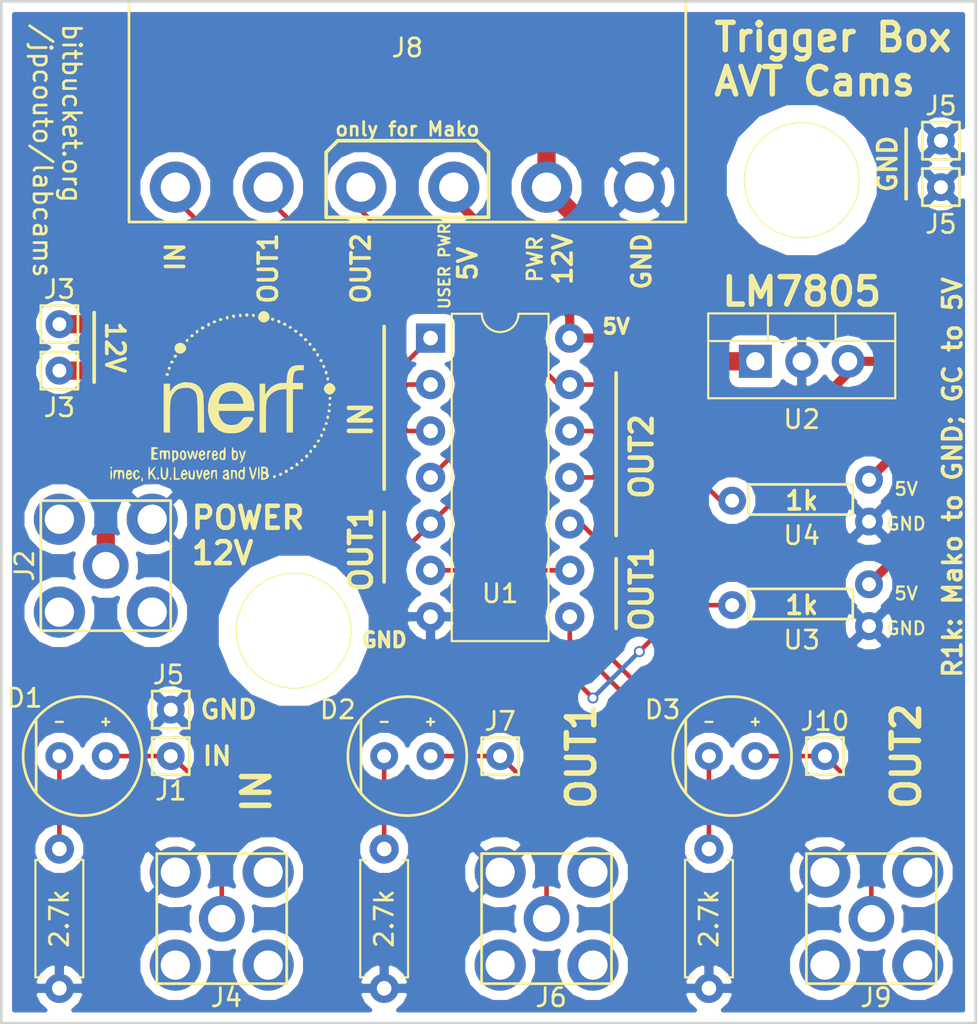
<source format=kicad_pcb>
(kicad_pcb (version 4) (host pcbnew 4.0.7)

  (general
    (links 42)
    (no_connects 0)
    (area 138.970381 90.229999 197.32562 146.760001)
    (thickness 1.6)
    (drawings 57)
    (tracks 103)
    (zones 0)
    (modules 26)
    (nets 16)
  )

  (page A4)
  (layers
    (0 F.Cu signal)
    (31 B.Cu signal)
    (32 B.Adhes user)
    (33 F.Adhes user)
    (34 B.Paste user)
    (35 F.Paste user)
    (36 B.SilkS user)
    (37 F.SilkS user)
    (38 B.Mask user)
    (39 F.Mask user)
    (40 Dwgs.User user)
    (41 Cmts.User user)
    (42 Eco1.User user)
    (43 Eco2.User user)
    (44 Edge.Cuts user)
    (45 Margin user)
    (46 B.CrtYd user)
    (47 F.CrtYd user)
    (48 B.Fab user)
    (49 F.Fab user)
  )

  (setup
    (last_trace_width 0.25)
    (trace_clearance 0.2)
    (zone_clearance 0.508)
    (zone_45_only no)
    (trace_min 0.2)
    (segment_width 0.2)
    (edge_width 0.15)
    (via_size 0.6)
    (via_drill 0.4)
    (via_min_size 0.4)
    (via_min_drill 0.3)
    (uvia_size 0.3)
    (uvia_drill 0.1)
    (uvias_allowed no)
    (uvia_min_size 0.2)
    (uvia_min_drill 0.1)
    (pcb_text_width 0.3)
    (pcb_text_size 1.5 1.5)
    (mod_edge_width 0.15)
    (mod_text_size 1 1)
    (mod_text_width 0.15)
    (pad_size 1.524 1.524)
    (pad_drill 0.762)
    (pad_to_mask_clearance 0.2)
    (aux_axis_origin 0 0)
    (visible_elements 7FFFFFFF)
    (pcbplotparams
      (layerselection 0x00030_80000001)
      (usegerberextensions false)
      (excludeedgelayer true)
      (linewidth 0.100000)
      (plotframeref false)
      (viasonmask false)
      (mode 1)
      (useauxorigin false)
      (hpglpennumber 1)
      (hpglpenspeed 20)
      (hpglpendiameter 15)
      (hpglpenoverlay 2)
      (psnegative false)
      (psa4output false)
      (plotreference true)
      (plotvalue true)
      (plotinvisibletext false)
      (padsonsilk false)
      (subtractmaskfromsilk false)
      (outputformat 1)
      (mirror false)
      (drillshape 1)
      (scaleselection 1)
      (outputdirectory ""))
  )

  (net 0 "")
  (net 1 "Net-(2.7k1-Pad1)")
  (net 2 +5V)
  (net 3 "Net-(2.7k2-Pad1)")
  (net 4 "Net-(2.7k3-Pad1)")
  (net 5 "Net-(D1-Pad2)")
  (net 6 "Net-(D2-Pad2)")
  (net 7 "Net-(D3-Pad2)")
  (net 8 +12V)
  (net 9 "Net-(J8-Pad1)")
  (net 10 "Net-(J8-Pad2)")
  (net 11 "Net-(J8-Pad3)")
  (net 12 "Net-(U1-Pad2)")
  (net 13 "Net-(U1-Pad6)")
  (net 14 "Net-(U1-Pad11)")
  (net 15 GND)

  (net_class Default "This is the default net class."
    (clearance 0.2)
    (trace_width 0.25)
    (via_dia 0.6)
    (via_drill 0.4)
    (uvia_dia 0.3)
    (uvia_drill 0.1)
    (add_net GND)
    (add_net "Net-(2.7k1-Pad1)")
    (add_net "Net-(2.7k2-Pad1)")
    (add_net "Net-(2.7k3-Pad1)")
    (add_net "Net-(D1-Pad2)")
    (add_net "Net-(D2-Pad2)")
    (add_net "Net-(D3-Pad2)")
    (add_net "Net-(J8-Pad1)")
    (add_net "Net-(J8-Pad2)")
    (add_net "Net-(J8-Pad3)")
    (add_net "Net-(U1-Pad11)")
    (add_net "Net-(U1-Pad2)")
    (add_net "Net-(U1-Pad6)")
  )

  (net_class Power ""
    (clearance 0.5)
    (trace_width 1)
    (via_dia 0.8)
    (via_drill 0.5)
    (uvia_dia 0.3)
    (uvia_drill 0.1)
    (add_net +12V)
    (add_net +5V)
  )

  (module footprints:conn_01x01 (layer F.Cu) (tedit 5B041E9F) (tstamp 5B041D64)
    (at 143.51 108.458)
    (path /5AFC43BC)
    (fp_text reference J3 (at 0 -1.905) (layer F.SilkS)
      (effects (font (size 1 1) (thickness 0.15)))
    )
    (fp_text value Conn_01x01 (at 0.508 -1.77) (layer F.Fab) hide
      (effects (font (size 1 1) (thickness 0.15)))
    )
    (fp_line (start -1.016 -1.016) (end 1.016 -1.016) (layer F.SilkS) (width 0.15))
    (fp_line (start 1.016 -1.016) (end 1.016 1.016) (layer F.SilkS) (width 0.15))
    (fp_line (start 1.016 1.016) (end -1.016 1.016) (layer F.SilkS) (width 0.15))
    (fp_line (start -1.016 1.016) (end -1.016 -1.016) (layer F.SilkS) (width 0.15))
    (pad 1 thru_hole circle (at 0 0) (size 1.524 1.524) (drill 0.762) (layers *.Cu *.Mask)
      (net 8 +12V))
  )

  (module footprints:conn_01x01 (layer F.Cu) (tedit 5B052BC1) (tstamp 5B041CE0)
    (at 191.77 100.965)
    (path /5AFC4373)
    (fp_text reference J5 (at 0 2.024) (layer F.SilkS)
      (effects (font (size 1 1) (thickness 0.15)))
    )
    (fp_text value Conn_01x01 (at 0.508 -1.77) (layer F.Fab) hide
      (effects (font (size 1 1) (thickness 0.15)))
    )
    (fp_line (start -1.016 -1.016) (end 1.016 -1.016) (layer F.SilkS) (width 0.15))
    (fp_line (start 1.016 -1.016) (end 1.016 1.016) (layer F.SilkS) (width 0.15))
    (fp_line (start 1.016 1.016) (end -1.016 1.016) (layer F.SilkS) (width 0.15))
    (fp_line (start -1.016 1.016) (end -1.016 -1.016) (layer F.SilkS) (width 0.15))
    (pad 1 thru_hole circle (at 0 0) (size 1.524 1.524) (drill 0.762) (layers *.Cu *.Mask)
      (net 15 GND))
  )

  (module footprints:conn_01x01 (layer F.Cu) (tedit 5B052BC6) (tstamp 5B041BDF)
    (at 191.77 98.425)
    (path /5AFC4373)
    (fp_text reference J5 (at 0 -1.905) (layer F.SilkS)
      (effects (font (size 1 1) (thickness 0.15)))
    )
    (fp_text value Conn_01x01 (at 0.508 -1.77) (layer F.Fab) hide
      (effects (font (size 1 1) (thickness 0.15)))
    )
    (fp_line (start -1.016 -1.016) (end 1.016 -1.016) (layer F.SilkS) (width 0.15))
    (fp_line (start 1.016 -1.016) (end 1.016 1.016) (layer F.SilkS) (width 0.15))
    (fp_line (start 1.016 1.016) (end -1.016 1.016) (layer F.SilkS) (width 0.15))
    (fp_line (start -1.016 1.016) (end -1.016 -1.016) (layer F.SilkS) (width 0.15))
    (pad 1 thru_hole circle (at 0 0) (size 1.524 1.524) (drill 0.762) (layers *.Cu *.Mask)
      (net 15 GND))
  )

  (module Resistors_THT:R_Axial_DIN0207_L6.3mm_D2.5mm_P7.62mm_Horizontal (layer F.Cu) (tedit 5B043EC3) (tstamp 5AFEEB5C)
    (at 143.51 137.16 270)
    (descr "Resistor, Axial_DIN0207 series, Axial, Horizontal, pin pitch=7.62mm, 0.25W = 1/4W, length*diameter=6.3*2.5mm^2, http://cdn-reichelt.de/documents/datenblatt/B400/1_4W%23YAG.pdf")
    (tags "Resistor Axial_DIN0207 series Axial Horizontal pin pitch 7.62mm 0.25W = 1/4W length 6.3mm diameter 2.5mm")
    (path /5AFC3A55)
    (fp_text reference 2.7k (at 3.81 0 270) (layer F.SilkS)
      (effects (font (size 1 1) (thickness 0.15)))
    )
    (fp_text value R (at 3.81 2.31 270) (layer F.Fab) hide
      (effects (font (size 1 1) (thickness 0.15)))
    )
    (fp_line (start 0.66 -1.25) (end 0.66 1.25) (layer F.Fab) (width 0.1))
    (fp_line (start 0.66 1.25) (end 6.96 1.25) (layer F.Fab) (width 0.1))
    (fp_line (start 6.96 1.25) (end 6.96 -1.25) (layer F.Fab) (width 0.1))
    (fp_line (start 6.96 -1.25) (end 0.66 -1.25) (layer F.Fab) (width 0.1))
    (fp_line (start 0 0) (end 0.66 0) (layer F.Fab) (width 0.1))
    (fp_line (start 7.62 0) (end 6.96 0) (layer F.Fab) (width 0.1))
    (fp_line (start 0.6 -0.98) (end 0.6 -1.31) (layer F.SilkS) (width 0.12))
    (fp_line (start 0.6 -1.31) (end 7.02 -1.31) (layer F.SilkS) (width 0.12))
    (fp_line (start 7.02 -1.31) (end 7.02 -0.98) (layer F.SilkS) (width 0.12))
    (fp_line (start 0.6 0.98) (end 0.6 1.31) (layer F.SilkS) (width 0.12))
    (fp_line (start 0.6 1.31) (end 7.02 1.31) (layer F.SilkS) (width 0.12))
    (fp_line (start 7.02 1.31) (end 7.02 0.98) (layer F.SilkS) (width 0.12))
    (fp_line (start -1.05 -1.6) (end -1.05 1.6) (layer F.CrtYd) (width 0.05))
    (fp_line (start -1.05 1.6) (end 8.7 1.6) (layer F.CrtYd) (width 0.05))
    (fp_line (start 8.7 1.6) (end 8.7 -1.6) (layer F.CrtYd) (width 0.05))
    (fp_line (start 8.7 -1.6) (end -1.05 -1.6) (layer F.CrtYd) (width 0.05))
    (pad 1 thru_hole circle (at 0 0 270) (size 1.6 1.6) (drill 0.8) (layers *.Cu *.Mask)
      (net 1 "Net-(2.7k1-Pad1)"))
    (pad 2 thru_hole oval (at 7.62 0 270) (size 1.6 1.6) (drill 0.8) (layers *.Cu *.Mask)
      (net 15 GND))
    (model ${KISYS3DMOD}/Resistors_THT.3dshapes/R_Axial_DIN0207_L6.3mm_D2.5mm_P7.62mm_Horizontal.wrl
      (at (xyz 0 0 0))
      (scale (xyz 0.393701 0.393701 0.393701))
      (rotate (xyz 0 0 0))
    )
  )

  (module Resistors_THT:R_Axial_DIN0207_L6.3mm_D2.5mm_P7.62mm_Horizontal (layer F.Cu) (tedit 5B043EC6) (tstamp 5AFEEB62)
    (at 161.29 137.16 270)
    (descr "Resistor, Axial_DIN0207 series, Axial, Horizontal, pin pitch=7.62mm, 0.25W = 1/4W, length*diameter=6.3*2.5mm^2, http://cdn-reichelt.de/documents/datenblatt/B400/1_4W%23YAG.pdf")
    (tags "Resistor Axial_DIN0207 series Axial Horizontal pin pitch 7.62mm 0.25W = 1/4W length 6.3mm diameter 2.5mm")
    (path /5AFC3A88)
    (fp_text reference 2.7k (at 3.81 0 270) (layer F.SilkS)
      (effects (font (size 1 1) (thickness 0.15)))
    )
    (fp_text value R (at 3.81 2.31 270) (layer F.Fab) hide
      (effects (font (size 1 1) (thickness 0.15)))
    )
    (fp_line (start 0.66 -1.25) (end 0.66 1.25) (layer F.Fab) (width 0.1))
    (fp_line (start 0.66 1.25) (end 6.96 1.25) (layer F.Fab) (width 0.1))
    (fp_line (start 6.96 1.25) (end 6.96 -1.25) (layer F.Fab) (width 0.1))
    (fp_line (start 6.96 -1.25) (end 0.66 -1.25) (layer F.Fab) (width 0.1))
    (fp_line (start 0 0) (end 0.66 0) (layer F.Fab) (width 0.1))
    (fp_line (start 7.62 0) (end 6.96 0) (layer F.Fab) (width 0.1))
    (fp_line (start 0.6 -0.98) (end 0.6 -1.31) (layer F.SilkS) (width 0.12))
    (fp_line (start 0.6 -1.31) (end 7.02 -1.31) (layer F.SilkS) (width 0.12))
    (fp_line (start 7.02 -1.31) (end 7.02 -0.98) (layer F.SilkS) (width 0.12))
    (fp_line (start 0.6 0.98) (end 0.6 1.31) (layer F.SilkS) (width 0.12))
    (fp_line (start 0.6 1.31) (end 7.02 1.31) (layer F.SilkS) (width 0.12))
    (fp_line (start 7.02 1.31) (end 7.02 0.98) (layer F.SilkS) (width 0.12))
    (fp_line (start -1.05 -1.6) (end -1.05 1.6) (layer F.CrtYd) (width 0.05))
    (fp_line (start -1.05 1.6) (end 8.7 1.6) (layer F.CrtYd) (width 0.05))
    (fp_line (start 8.7 1.6) (end 8.7 -1.6) (layer F.CrtYd) (width 0.05))
    (fp_line (start 8.7 -1.6) (end -1.05 -1.6) (layer F.CrtYd) (width 0.05))
    (pad 1 thru_hole circle (at 0 0 270) (size 1.6 1.6) (drill 0.8) (layers *.Cu *.Mask)
      (net 3 "Net-(2.7k2-Pad1)"))
    (pad 2 thru_hole oval (at 7.62 0 270) (size 1.6 1.6) (drill 0.8) (layers *.Cu *.Mask)
      (net 15 GND))
    (model ${KISYS3DMOD}/Resistors_THT.3dshapes/R_Axial_DIN0207_L6.3mm_D2.5mm_P7.62mm_Horizontal.wrl
      (at (xyz 0 0 0))
      (scale (xyz 0.393701 0.393701 0.393701))
      (rotate (xyz 0 0 0))
    )
  )

  (module Resistors_THT:R_Axial_DIN0207_L6.3mm_D2.5mm_P7.62mm_Horizontal (layer F.Cu) (tedit 5B043EC9) (tstamp 5AFEEB68)
    (at 179.07 137.16 270)
    (descr "Resistor, Axial_DIN0207 series, Axial, Horizontal, pin pitch=7.62mm, 0.25W = 1/4W, length*diameter=6.3*2.5mm^2, http://cdn-reichelt.de/documents/datenblatt/B400/1_4W%23YAG.pdf")
    (tags "Resistor Axial_DIN0207 series Axial Horizontal pin pitch 7.62mm 0.25W = 1/4W length 6.3mm diameter 2.5mm")
    (path /5AFEE733)
    (fp_text reference 2.7k (at 3.81 0 270) (layer F.SilkS)
      (effects (font (size 1 1) (thickness 0.15)))
    )
    (fp_text value R (at 3.81 2.31 270) (layer F.Fab) hide
      (effects (font (size 1 1) (thickness 0.15)))
    )
    (fp_line (start 0.66 -1.25) (end 0.66 1.25) (layer F.Fab) (width 0.1))
    (fp_line (start 0.66 1.25) (end 6.96 1.25) (layer F.Fab) (width 0.1))
    (fp_line (start 6.96 1.25) (end 6.96 -1.25) (layer F.Fab) (width 0.1))
    (fp_line (start 6.96 -1.25) (end 0.66 -1.25) (layer F.Fab) (width 0.1))
    (fp_line (start 0 0) (end 0.66 0) (layer F.Fab) (width 0.1))
    (fp_line (start 7.62 0) (end 6.96 0) (layer F.Fab) (width 0.1))
    (fp_line (start 0.6 -0.98) (end 0.6 -1.31) (layer F.SilkS) (width 0.12))
    (fp_line (start 0.6 -1.31) (end 7.02 -1.31) (layer F.SilkS) (width 0.12))
    (fp_line (start 7.02 -1.31) (end 7.02 -0.98) (layer F.SilkS) (width 0.12))
    (fp_line (start 0.6 0.98) (end 0.6 1.31) (layer F.SilkS) (width 0.12))
    (fp_line (start 0.6 1.31) (end 7.02 1.31) (layer F.SilkS) (width 0.12))
    (fp_line (start 7.02 1.31) (end 7.02 0.98) (layer F.SilkS) (width 0.12))
    (fp_line (start -1.05 -1.6) (end -1.05 1.6) (layer F.CrtYd) (width 0.05))
    (fp_line (start -1.05 1.6) (end 8.7 1.6) (layer F.CrtYd) (width 0.05))
    (fp_line (start 8.7 1.6) (end 8.7 -1.6) (layer F.CrtYd) (width 0.05))
    (fp_line (start 8.7 -1.6) (end -1.05 -1.6) (layer F.CrtYd) (width 0.05))
    (pad 1 thru_hole circle (at 0 0 270) (size 1.6 1.6) (drill 0.8) (layers *.Cu *.Mask)
      (net 4 "Net-(2.7k3-Pad1)"))
    (pad 2 thru_hole oval (at 7.62 0 270) (size 1.6 1.6) (drill 0.8) (layers *.Cu *.Mask)
      (net 15 GND))
    (model ${KISYS3DMOD}/Resistors_THT.3dshapes/R_Axial_DIN0207_L6.3mm_D2.5mm_P7.62mm_Horizontal.wrl
      (at (xyz 0 0 0))
      (scale (xyz 0.393701 0.393701 0.393701))
      (rotate (xyz 0 0 0))
    )
  )

  (module footprints:LED_THT_standard (layer F.Cu) (tedit 5B0414C0) (tstamp 5AFEEB6E)
    (at 144.78 132.08)
    (path /5AFC39E8)
    (fp_text reference D1 (at -3.175 -3.175) (layer F.SilkS)
      (effects (font (size 1 1) (thickness 0.15)))
    )
    (fp_text value LED (at 0 -4.31) (layer F.Fab)
      (effects (font (size 1 1) (thickness 0.15)))
    )
    (fp_line (start -2.54 -2.032) (end -2.54 2.032) (layer F.SilkS) (width 0.15))
    (fp_circle (center 0 0) (end 0.3175 -3.2385) (layer F.SilkS) (width 0.15))
    (pad 1 thru_hole circle (at -1.27 0) (size 1.524 1.524) (drill 0.762) (layers *.Cu *.Mask)
      (net 1 "Net-(2.7k1-Pad1)"))
    (pad 2 thru_hole circle (at 1.27 0) (size 1.524 1.524) (drill 0.762) (layers *.Cu *.Mask)
      (net 5 "Net-(D1-Pad2)"))
  )

  (module footprints:LED_THT_standard (layer F.Cu) (tedit 5B0414A3) (tstamp 5AFEEB74)
    (at 162.56 132.08)
    (path /5AFC3961)
    (fp_text reference D2 (at -3.81 -2.54) (layer F.SilkS)
      (effects (font (size 1 1) (thickness 0.15)))
    )
    (fp_text value LED (at 0 -4.31) (layer F.Fab)
      (effects (font (size 1 1) (thickness 0.15)))
    )
    (fp_line (start -2.54 -2.032) (end -2.54 2.032) (layer F.SilkS) (width 0.15))
    (fp_circle (center 0 0) (end 0.3175 -3.2385) (layer F.SilkS) (width 0.15))
    (pad 1 thru_hole circle (at -1.27 0) (size 1.524 1.524) (drill 0.762) (layers *.Cu *.Mask)
      (net 3 "Net-(2.7k2-Pad1)"))
    (pad 2 thru_hole circle (at 1.27 0) (size 1.524 1.524) (drill 0.762) (layers *.Cu *.Mask)
      (net 6 "Net-(D2-Pad2)"))
  )

  (module footprints:LED_THT_standard (layer F.Cu) (tedit 5B04149E) (tstamp 5AFEEB7A)
    (at 180.34 132.08)
    (path /5AFEE72D)
    (fp_text reference D3 (at -3.81 -2.54) (layer F.SilkS)
      (effects (font (size 1 1) (thickness 0.15)))
    )
    (fp_text value LED (at 0 -4.31) (layer F.Fab)
      (effects (font (size 1 1) (thickness 0.15)))
    )
    (fp_line (start -2.54 -2.032) (end -2.54 2.032) (layer F.SilkS) (width 0.15))
    (fp_circle (center 0 0) (end 0.3175 -3.2385) (layer F.SilkS) (width 0.15))
    (pad 1 thru_hole circle (at -1.27 0) (size 1.524 1.524) (drill 0.762) (layers *.Cu *.Mask)
      (net 4 "Net-(2.7k3-Pad1)"))
    (pad 2 thru_hole circle (at 1.27 0) (size 1.524 1.524) (drill 0.762) (layers *.Cu *.Mask)
      (net 7 "Net-(D3-Pad2)"))
  )

  (module footprints:conn_01x01 (layer F.Cu) (tedit 5B041E97) (tstamp 5AFEEB7F)
    (at 149.606 129.54)
    (path /5AFC4373)
    (fp_text reference J1 (at 0 4.445) (layer F.SilkS)
      (effects (font (size 1 1) (thickness 0.15)))
    )
    (fp_text value Conn_01x01 (at 0.508 -1.77) (layer F.Fab) hide
      (effects (font (size 1 1) (thickness 0.15)))
    )
    (fp_line (start -1.016 -1.016) (end 1.016 -1.016) (layer F.SilkS) (width 0.15))
    (fp_line (start 1.016 -1.016) (end 1.016 1.016) (layer F.SilkS) (width 0.15))
    (fp_line (start 1.016 1.016) (end -1.016 1.016) (layer F.SilkS) (width 0.15))
    (fp_line (start -1.016 1.016) (end -1.016 -1.016) (layer F.SilkS) (width 0.15))
    (pad 1 thru_hole circle (at 0 0) (size 1.524 1.524) (drill 0.762) (layers *.Cu *.Mask)
      (net 15 GND))
  )

  (module footprints:SMA_female (layer F.Cu) (tedit 5B041EC6) (tstamp 5AFEEB88)
    (at 146.05 121.666 270)
    (path /5AFC4133)
    (fp_text reference J2 (at 0 4.445 270) (layer F.SilkS)
      (effects (font (size 1 1) (thickness 0.15)))
    )
    (fp_text value Conn_Coaxial (at 0.254 -4.31 270) (layer F.Fab) hide
      (effects (font (size 1 1) (thickness 0.15)))
    )
    (fp_line (start -3.556 -3.556) (end 3.556 -3.556) (layer F.SilkS) (width 0.15))
    (fp_line (start 3.556 -3.556) (end 3.556 3.556) (layer F.SilkS) (width 0.15))
    (fp_line (start 3.556 3.556) (end -3.556 3.556) (layer F.SilkS) (width 0.15))
    (fp_line (start -3.556 3.556) (end -3.556 -3.556) (layer F.SilkS) (width 0.15))
    (pad 1 thru_hole circle (at 0 0 270) (size 2.5 2.5) (drill 1.5) (layers *.Cu *.Mask)
      (net 8 +12V))
    (pad 2 thru_hole circle (at -2.54 -2.54 270) (size 2.8 2.8) (drill 1.6) (layers *.Cu *.Mask)
      (net 15 GND))
    (pad 3 thru_hole circle (at 2.54 -2.54 270) (size 2.8 2.8) (drill 1.6) (layers *.Cu *.Mask))
    (pad 4 thru_hole circle (at -2.54 2.54 270) (size 2.8 2.8) (drill 1.6) (layers *.Cu *.Mask))
    (pad 5 thru_hole circle (at 2.54 2.54 270) (size 2.8 2.8) (drill 1.6) (layers *.Cu *.Mask))
  )

  (module footprints:conn_01x01 (layer F.Cu) (tedit 5B041405) (tstamp 5AFEEB8D)
    (at 143.51 110.998)
    (path /5AFC43BC)
    (fp_text reference J3 (at 0 2.024) (layer F.SilkS)
      (effects (font (size 1 1) (thickness 0.15)))
    )
    (fp_text value Conn_01x01 (at 0.508 -1.77) (layer F.Fab) hide
      (effects (font (size 1 1) (thickness 0.15)))
    )
    (fp_line (start -1.016 -1.016) (end 1.016 -1.016) (layer F.SilkS) (width 0.15))
    (fp_line (start 1.016 -1.016) (end 1.016 1.016) (layer F.SilkS) (width 0.15))
    (fp_line (start 1.016 1.016) (end -1.016 1.016) (layer F.SilkS) (width 0.15))
    (fp_line (start -1.016 1.016) (end -1.016 -1.016) (layer F.SilkS) (width 0.15))
    (pad 1 thru_hole circle (at 0 0) (size 1.524 1.524) (drill 0.762) (layers *.Cu *.Mask)
      (net 8 +12V))
  )

  (module footprints:SMA_female (layer F.Cu) (tedit 5B0413BC) (tstamp 5AFEEB96)
    (at 152.4 140.97)
    (path /5AFC4162)
    (fp_text reference J4 (at 0.254 4.318) (layer F.SilkS)
      (effects (font (size 1 1) (thickness 0.15)))
    )
    (fp_text value Conn_Coaxial (at 0.254 -4.31) (layer F.Fab) hide
      (effects (font (size 1 1) (thickness 0.15)))
    )
    (fp_line (start -3.556 -3.556) (end 3.556 -3.556) (layer F.SilkS) (width 0.15))
    (fp_line (start 3.556 -3.556) (end 3.556 3.556) (layer F.SilkS) (width 0.15))
    (fp_line (start 3.556 3.556) (end -3.556 3.556) (layer F.SilkS) (width 0.15))
    (fp_line (start -3.556 3.556) (end -3.556 -3.556) (layer F.SilkS) (width 0.15))
    (pad 1 thru_hole circle (at 0 0) (size 2.5 2.5) (drill 1.5) (layers *.Cu *.Mask)
      (net 5 "Net-(D1-Pad2)"))
    (pad 2 thru_hole circle (at -2.54 -2.54) (size 2.8 2.8) (drill 1.6) (layers *.Cu *.Mask)
      (net 15 GND))
    (pad 3 thru_hole circle (at 2.54 -2.54) (size 2.8 2.8) (drill 1.6) (layers *.Cu *.Mask))
    (pad 4 thru_hole circle (at -2.54 2.54) (size 2.8 2.8) (drill 1.6) (layers *.Cu *.Mask))
    (pad 5 thru_hole circle (at 2.54 2.54) (size 2.8 2.8) (drill 1.6) (layers *.Cu *.Mask))
  )

  (module footprints:conn_01x01 (layer F.Cu) (tedit 5B055687) (tstamp 5AFEEB9B)
    (at 149.606 132.08)
    (path /5AFC4452)
    (fp_text reference J5 (at -0.127 -4.445) (layer F.SilkS)
      (effects (font (size 1 1) (thickness 0.15)))
    )
    (fp_text value Conn_01x01 (at 0.508 -1.77) (layer F.Fab) hide
      (effects (font (size 1 1) (thickness 0.15)))
    )
    (fp_line (start -1.016 -1.016) (end 1.016 -1.016) (layer F.SilkS) (width 0.15))
    (fp_line (start 1.016 -1.016) (end 1.016 1.016) (layer F.SilkS) (width 0.15))
    (fp_line (start 1.016 1.016) (end -1.016 1.016) (layer F.SilkS) (width 0.15))
    (fp_line (start -1.016 1.016) (end -1.016 -1.016) (layer F.SilkS) (width 0.15))
    (pad 1 thru_hole circle (at 0 0) (size 1.524 1.524) (drill 0.762) (layers *.Cu *.Mask)
      (net 5 "Net-(D1-Pad2)"))
  )

  (module footprints:SMA_female (layer F.Cu) (tedit 5B0413F3) (tstamp 5AFEEBA4)
    (at 170.18 140.97)
    (path /5AFC40BA)
    (fp_text reference J6 (at 0.254 4.318) (layer F.SilkS)
      (effects (font (size 1 1) (thickness 0.15)))
    )
    (fp_text value Conn_Coaxial (at 0.254 -4.31) (layer F.Fab) hide
      (effects (font (size 1 1) (thickness 0.15)))
    )
    (fp_line (start -3.556 -3.556) (end 3.556 -3.556) (layer F.SilkS) (width 0.15))
    (fp_line (start 3.556 -3.556) (end 3.556 3.556) (layer F.SilkS) (width 0.15))
    (fp_line (start 3.556 3.556) (end -3.556 3.556) (layer F.SilkS) (width 0.15))
    (fp_line (start -3.556 3.556) (end -3.556 -3.556) (layer F.SilkS) (width 0.15))
    (pad 1 thru_hole circle (at 0 0) (size 2.5 2.5) (drill 1.5) (layers *.Cu *.Mask)
      (net 6 "Net-(D2-Pad2)"))
    (pad 2 thru_hole circle (at -2.54 -2.54) (size 2.8 2.8) (drill 1.6) (layers *.Cu *.Mask)
      (net 15 GND))
    (pad 3 thru_hole circle (at 2.54 -2.54) (size 2.8 2.8) (drill 1.6) (layers *.Cu *.Mask))
    (pad 4 thru_hole circle (at -2.54 2.54) (size 2.8 2.8) (drill 1.6) (layers *.Cu *.Mask))
    (pad 5 thru_hole circle (at 2.54 2.54) (size 2.8 2.8) (drill 1.6) (layers *.Cu *.Mask))
  )

  (module footprints:conn_01x01 (layer F.Cu) (tedit 5B0414A8) (tstamp 5AFEEBA9)
    (at 167.64 132.08)
    (path /5AFC4407)
    (fp_text reference J7 (at 0 -1.905) (layer F.SilkS)
      (effects (font (size 1 1) (thickness 0.15)))
    )
    (fp_text value Conn_01x01 (at 0.508 -1.77) (layer F.Fab) hide
      (effects (font (size 1 1) (thickness 0.15)))
    )
    (fp_line (start -1.016 -1.016) (end 1.016 -1.016) (layer F.SilkS) (width 0.15))
    (fp_line (start 1.016 -1.016) (end 1.016 1.016) (layer F.SilkS) (width 0.15))
    (fp_line (start 1.016 1.016) (end -1.016 1.016) (layer F.SilkS) (width 0.15))
    (fp_line (start -1.016 1.016) (end -1.016 -1.016) (layer F.SilkS) (width 0.15))
    (pad 1 thru_hole circle (at 0 0) (size 1.524 1.524) (drill 0.762) (layers *.Cu *.Mask)
      (net 6 "Net-(D2-Pad2)"))
  )

  (module footprints:Conn_1x6 (layer F.Cu) (tedit 5B041A9A) (tstamp 5AFEEBB3)
    (at 162.56 102.87)
    (path /5AFEE3AD)
    (fp_text reference J8 (at 0 -9.525) (layer F.SilkS)
      (effects (font (size 1 1) (thickness 0.15)))
    )
    (fp_text value Conn_01x06 (at 0 -5.08) (layer F.Fab) hide
      (effects (font (size 1 1) (thickness 0.15)))
    )
    (fp_line (start 15.24 0) (end 15.24 -12.065) (layer F.SilkS) (width 0.15))
    (fp_line (start 15.24 -12.065) (end -15.24 -12.065) (layer F.SilkS) (width 0.15))
    (fp_line (start -15.24 -12.065) (end -15.24 0) (layer F.SilkS) (width 0.15))
    (fp_line (start 15.24 0) (end -15.24 0) (layer F.SilkS) (width 0.15))
    (pad 1 thru_hole circle (at -12.7 -1.905) (size 2.8 2.8) (drill 1.6) (layers *.Cu *.Mask)
      (net 9 "Net-(J8-Pad1)"))
    (pad 2 thru_hole circle (at -7.62 -1.905) (size 2.8 2.8) (drill 1.6) (layers *.Cu *.Mask)
      (net 10 "Net-(J8-Pad2)"))
    (pad 3 thru_hole circle (at -2.54 -1.905) (size 2.8 2.8) (drill 1.6) (layers *.Cu *.Mask)
      (net 11 "Net-(J8-Pad3)"))
    (pad 4 thru_hole circle (at 2.54 -1.905) (size 2.8 2.8) (drill 1.6) (layers *.Cu *.Mask)
      (net 2 +5V))
    (pad 5 thru_hole circle (at 7.62 -1.905) (size 2.8 2.8) (drill 1.6) (layers *.Cu *.Mask)
      (net 8 +12V))
    (pad 6 thru_hole circle (at 12.7 -1.905) (size 2.8 2.8) (drill 1.6) (layers *.Cu *.Mask)
      (net 15 GND))
  )

  (module footprints:SMA_female (layer F.Cu) (tedit 5B0413F7) (tstamp 5AFEEBBC)
    (at 187.96 140.97)
    (path /5AFEE742)
    (fp_text reference J9 (at 0.254 4.318) (layer F.SilkS)
      (effects (font (size 1 1) (thickness 0.15)))
    )
    (fp_text value Conn_Coaxial (at 0.254 -4.31) (layer F.Fab) hide
      (effects (font (size 1 1) (thickness 0.15)))
    )
    (fp_line (start -3.556 -3.556) (end 3.556 -3.556) (layer F.SilkS) (width 0.15))
    (fp_line (start 3.556 -3.556) (end 3.556 3.556) (layer F.SilkS) (width 0.15))
    (fp_line (start 3.556 3.556) (end -3.556 3.556) (layer F.SilkS) (width 0.15))
    (fp_line (start -3.556 3.556) (end -3.556 -3.556) (layer F.SilkS) (width 0.15))
    (pad 1 thru_hole circle (at 0 0) (size 2.5 2.5) (drill 1.5) (layers *.Cu *.Mask)
      (net 7 "Net-(D3-Pad2)"))
    (pad 2 thru_hole circle (at -2.54 -2.54) (size 2.8 2.8) (drill 1.6) (layers *.Cu *.Mask)
      (net 15 GND))
    (pad 3 thru_hole circle (at 2.54 -2.54) (size 2.8 2.8) (drill 1.6) (layers *.Cu *.Mask))
    (pad 4 thru_hole circle (at -2.54 2.54) (size 2.8 2.8) (drill 1.6) (layers *.Cu *.Mask))
    (pad 5 thru_hole circle (at 2.54 2.54) (size 2.8 2.8) (drill 1.6) (layers *.Cu *.Mask))
  )

  (module footprints:conn_01x01 (layer F.Cu) (tedit 5B041498) (tstamp 5AFEEBC1)
    (at 185.42 132.08)
    (path /5AFEE74F)
    (fp_text reference J10 (at 0 -1.905) (layer F.SilkS)
      (effects (font (size 1 1) (thickness 0.15)))
    )
    (fp_text value Conn_01x01 (at 0.508 -1.77) (layer F.Fab) hide
      (effects (font (size 1 1) (thickness 0.15)))
    )
    (fp_line (start -1.016 -1.016) (end 1.016 -1.016) (layer F.SilkS) (width 0.15))
    (fp_line (start 1.016 -1.016) (end 1.016 1.016) (layer F.SilkS) (width 0.15))
    (fp_line (start 1.016 1.016) (end -1.016 1.016) (layer F.SilkS) (width 0.15))
    (fp_line (start -1.016 1.016) (end -1.016 -1.016) (layer F.SilkS) (width 0.15))
    (pad 1 thru_hole circle (at 0 0) (size 1.524 1.524) (drill 0.762) (layers *.Cu *.Mask)
      (net 7 "Net-(D3-Pad2)"))
  )

  (module Housings_DIP:DIP-14_W7.62mm (layer F.Cu) (tedit 5B041761) (tstamp 5AFEEBDF)
    (at 163.83 109.22)
    (descr "14-lead though-hole mounted DIP package, row spacing 7.62 mm (300 mils)")
    (tags "THT DIP DIL PDIP 2.54mm 7.62mm 300mil")
    (path /5AFEE1A2)
    (fp_text reference U1 (at 3.81 13.97) (layer F.SilkS)
      (effects (font (size 1 1) (thickness 0.15)))
    )
    (fp_text value 74hct14 (at 3.81 6.985 90) (layer F.Fab)
      (effects (font (size 1 1) (thickness 0.15)))
    )
    (fp_arc (start 3.81 -1.33) (end 2.81 -1.33) (angle -180) (layer F.SilkS) (width 0.12))
    (fp_line (start 1.635 -1.27) (end 6.985 -1.27) (layer F.Fab) (width 0.1))
    (fp_line (start 6.985 -1.27) (end 6.985 16.51) (layer F.Fab) (width 0.1))
    (fp_line (start 6.985 16.51) (end 0.635 16.51) (layer F.Fab) (width 0.1))
    (fp_line (start 0.635 16.51) (end 0.635 -0.27) (layer F.Fab) (width 0.1))
    (fp_line (start 0.635 -0.27) (end 1.635 -1.27) (layer F.Fab) (width 0.1))
    (fp_line (start 2.81 -1.33) (end 1.16 -1.33) (layer F.SilkS) (width 0.12))
    (fp_line (start 1.16 -1.33) (end 1.16 16.57) (layer F.SilkS) (width 0.12))
    (fp_line (start 1.16 16.57) (end 6.46 16.57) (layer F.SilkS) (width 0.12))
    (fp_line (start 6.46 16.57) (end 6.46 -1.33) (layer F.SilkS) (width 0.12))
    (fp_line (start 6.46 -1.33) (end 4.81 -1.33) (layer F.SilkS) (width 0.12))
    (fp_line (start -1.1 -1.55) (end -1.1 16.8) (layer F.CrtYd) (width 0.05))
    (fp_line (start -1.1 16.8) (end 8.7 16.8) (layer F.CrtYd) (width 0.05))
    (fp_line (start 8.7 16.8) (end 8.7 -1.55) (layer F.CrtYd) (width 0.05))
    (fp_line (start 8.7 -1.55) (end -1.1 -1.55) (layer F.CrtYd) (width 0.05))
    (fp_text user %R (at 3.81 13.97) (layer F.Fab)
      (effects (font (size 1 1) (thickness 0.15)))
    )
    (pad 1 thru_hole rect (at 0 0) (size 1.6 1.6) (drill 0.8) (layers *.Cu *.Mask)
      (net 5 "Net-(D1-Pad2)"))
    (pad 8 thru_hole oval (at 7.62 15.24) (size 1.6 1.6) (drill 0.8) (layers *.Cu *.Mask)
      (net 6 "Net-(D2-Pad2)"))
    (pad 2 thru_hole oval (at 0 2.54) (size 1.6 1.6) (drill 0.8) (layers *.Cu *.Mask)
      (net 12 "Net-(U1-Pad2)"))
    (pad 9 thru_hole oval (at 7.62 12.7) (size 1.6 1.6) (drill 0.8) (layers *.Cu *.Mask)
      (net 13 "Net-(U1-Pad6)"))
    (pad 3 thru_hole oval (at 0 5.08) (size 1.6 1.6) (drill 0.8) (layers *.Cu *.Mask)
      (net 12 "Net-(U1-Pad2)"))
    (pad 10 thru_hole oval (at 7.62 10.16) (size 1.6 1.6) (drill 0.8) (layers *.Cu *.Mask)
      (net 7 "Net-(D3-Pad2)"))
    (pad 4 thru_hole oval (at 0 7.62) (size 1.6 1.6) (drill 0.8) (layers *.Cu *.Mask)
      (net 9 "Net-(J8-Pad1)"))
    (pad 11 thru_hole oval (at 7.62 7.62) (size 1.6 1.6) (drill 0.8) (layers *.Cu *.Mask)
      (net 14 "Net-(U1-Pad11)"))
    (pad 5 thru_hole oval (at 0 10.16) (size 1.6 1.6) (drill 0.8) (layers *.Cu *.Mask)
      (net 10 "Net-(J8-Pad2)"))
    (pad 12 thru_hole oval (at 7.62 5.08) (size 1.6 1.6) (drill 0.8) (layers *.Cu *.Mask)
      (net 14 "Net-(U1-Pad11)"))
    (pad 6 thru_hole oval (at 0 12.7) (size 1.6 1.6) (drill 0.8) (layers *.Cu *.Mask)
      (net 13 "Net-(U1-Pad6)"))
    (pad 13 thru_hole oval (at 7.62 2.54) (size 1.6 1.6) (drill 0.8) (layers *.Cu *.Mask)
      (net 11 "Net-(J8-Pad3)"))
    (pad 7 thru_hole oval (at 0 15.24) (size 1.6 1.6) (drill 0.8) (layers *.Cu *.Mask)
      (net 15 GND))
    (pad 14 thru_hole oval (at 7.62 0) (size 1.6 1.6) (drill 0.8) (layers *.Cu *.Mask)
      (net 2 +5V))
    (model ${KISYS3DMOD}/Housings_DIP.3dshapes/DIP-14_W7.62mm.wrl
      (at (xyz 0 0 0))
      (scale (xyz 1 1 1))
      (rotate (xyz 0 0 0))
    )
  )

  (module TO_SOT_Packages_THT:TO-220-3_Vertical (layer F.Cu) (tedit 5B04176F) (tstamp 5AFEEBE6)
    (at 181.61 110.49)
    (descr "TO-220-3, Vertical, RM 2.54mm")
    (tags "TO-220-3 Vertical RM 2.54mm")
    (path /5AFC33F1)
    (fp_text reference U2 (at 2.54 3.175) (layer F.SilkS)
      (effects (font (size 1 1) (thickness 0.15)))
    )
    (fp_text value LM7805_TO220 (at 2.54 -3.81) (layer F.Fab) hide
      (effects (font (size 1 1) (thickness 0.15)))
    )
    (fp_text user %R (at 2.54 3.175) (layer F.Fab)
      (effects (font (size 1 1) (thickness 0.15)))
    )
    (fp_line (start -2.46 -2.5) (end -2.46 1.9) (layer F.Fab) (width 0.1))
    (fp_line (start -2.46 1.9) (end 7.54 1.9) (layer F.Fab) (width 0.1))
    (fp_line (start 7.54 1.9) (end 7.54 -2.5) (layer F.Fab) (width 0.1))
    (fp_line (start 7.54 -2.5) (end -2.46 -2.5) (layer F.Fab) (width 0.1))
    (fp_line (start -2.46 -1.23) (end 7.54 -1.23) (layer F.Fab) (width 0.1))
    (fp_line (start 0.69 -2.5) (end 0.69 -1.23) (layer F.Fab) (width 0.1))
    (fp_line (start 4.39 -2.5) (end 4.39 -1.23) (layer F.Fab) (width 0.1))
    (fp_line (start -2.58 -2.62) (end 7.66 -2.62) (layer F.SilkS) (width 0.12))
    (fp_line (start -2.58 2.021) (end 7.66 2.021) (layer F.SilkS) (width 0.12))
    (fp_line (start -2.58 -2.62) (end -2.58 2.021) (layer F.SilkS) (width 0.12))
    (fp_line (start 7.66 -2.62) (end 7.66 2.021) (layer F.SilkS) (width 0.12))
    (fp_line (start -2.58 -1.11) (end 7.66 -1.11) (layer F.SilkS) (width 0.12))
    (fp_line (start 0.69 -2.62) (end 0.69 -1.11) (layer F.SilkS) (width 0.12))
    (fp_line (start 4.391 -2.62) (end 4.391 -1.11) (layer F.SilkS) (width 0.12))
    (fp_line (start -2.71 -2.75) (end -2.71 2.16) (layer F.CrtYd) (width 0.05))
    (fp_line (start -2.71 2.16) (end 7.79 2.16) (layer F.CrtYd) (width 0.05))
    (fp_line (start 7.79 2.16) (end 7.79 -2.75) (layer F.CrtYd) (width 0.05))
    (fp_line (start 7.79 -2.75) (end -2.71 -2.75) (layer F.CrtYd) (width 0.05))
    (pad 1 thru_hole rect (at 0 0) (size 1.8 1.8) (drill 1) (layers *.Cu *.Mask)
      (net 8 +12V))
    (pad 2 thru_hole oval (at 2.54 0) (size 1.8 1.8) (drill 1) (layers *.Cu *.Mask)
      (net 15 GND))
    (pad 3 thru_hole oval (at 5.08 0) (size 1.8 1.8) (drill 1) (layers *.Cu *.Mask)
      (net 2 +5V))
    (model ${KISYS3DMOD}/TO_SOT_Packages_THT.3dshapes/TO-220-3_Vertical.wrl
      (at (xyz 0.1 0 0))
      (scale (xyz 0.393701 0.393701 0.393701))
      (rotate (xyz 0 0 0))
    )
  )

  (module footprints:Resistor_THT_choice (layer F.Cu) (tedit 5B041EB3) (tstamp 5B03EAB9)
    (at 184.15 123.825)
    (path /5B03EC77)
    (fp_text reference U3 (at 0 1.905) (layer F.SilkS)
      (effects (font (size 1 1) (thickness 0.15)))
    )
    (fp_text value Resistor_choice (at 0.254 -2.667) (layer F.Fab) hide
      (effects (font (size 1 1) (thickness 0.15)))
    )
    (fp_line (start 2.54 -0.889) (end 2.286 -0.889) (layer F.SilkS) (width 0.15))
    (fp_line (start 2.413 -0.889) (end 2.794 -0.889) (layer F.SilkS) (width 0.15))
    (fp_line (start 2.794 -0.889) (end 2.794 0.762) (layer F.SilkS) (width 0.15))
    (fp_line (start 2.794 0.762) (end -2.921 0.762) (layer F.SilkS) (width 0.15))
    (fp_line (start -2.921 -0.889) (end 2.286 -0.889) (layer F.SilkS) (width 0.15))
    (fp_line (start -2.921 0) (end -2.921 -0.889) (layer F.SilkS) (width 0.15))
    (fp_line (start -2.921 -0.889) (end -2.921 0.762) (layer F.SilkS) (width 0.15))
    (pad 1 thru_hole circle (at -3.81 0) (size 1.524 1.524) (drill 0.762) (layers *.Cu *.Mask)
      (net 10 "Net-(J8-Pad2)"))
    (pad 2 thru_hole circle (at 3.683 -1.143) (size 1.524 1.524) (drill 0.762) (layers *.Cu *.Mask)
      (net 2 +5V))
    (pad 3 thru_hole circle (at 3.683 1.143) (size 1.524 1.524) (drill 0.762) (layers *.Cu *.Mask)
      (net 15 GND))
  )

  (module footprints:Resistor_THT_choice (layer F.Cu) (tedit 5B041EB0) (tstamp 5B03EAC0)
    (at 184.15 118.11)
    (path /5B03EB83)
    (fp_text reference U4 (at 0 1.905) (layer F.SilkS)
      (effects (font (size 1 1) (thickness 0.15)))
    )
    (fp_text value Resistor_choice (at 0.254 -2.667) (layer F.Fab) hide
      (effects (font (size 1 1) (thickness 0.15)))
    )
    (fp_line (start 2.54 -0.889) (end 2.286 -0.889) (layer F.SilkS) (width 0.15))
    (fp_line (start 2.413 -0.889) (end 2.794 -0.889) (layer F.SilkS) (width 0.15))
    (fp_line (start 2.794 -0.889) (end 2.794 0.762) (layer F.SilkS) (width 0.15))
    (fp_line (start 2.794 0.762) (end -2.921 0.762) (layer F.SilkS) (width 0.15))
    (fp_line (start -2.921 -0.889) (end 2.286 -0.889) (layer F.SilkS) (width 0.15))
    (fp_line (start -2.921 0) (end -2.921 -0.889) (layer F.SilkS) (width 0.15))
    (fp_line (start -2.921 -0.889) (end -2.921 0.762) (layer F.SilkS) (width 0.15))
    (pad 1 thru_hole circle (at -3.81 0) (size 1.524 1.524) (drill 0.762) (layers *.Cu *.Mask)
      (net 11 "Net-(J8-Pad3)"))
    (pad 2 thru_hole circle (at 3.683 -1.143) (size 1.524 1.524) (drill 0.762) (layers *.Cu *.Mask)
      (net 2 +5V))
    (pad 3 thru_hole circle (at 3.683 1.143) (size 1.524 1.524) (drill 0.762) (layers *.Cu *.Mask)
      (net 15 GND))
  )

  (module footprints:Mounting_hole (layer F.Cu) (tedit 5B043F7C) (tstamp 5B043F4A)
    (at 184.15 100.584)
    (fp_text reference REF** (at 0 6.85) (layer F.SilkS) hide
      (effects (font (size 1 1) (thickness 0.15)))
    )
    (fp_text value Mounting_hole (at 0 -8.12) (layer F.Fab) hide
      (effects (font (size 1 1) (thickness 0.15)))
    )
    (fp_circle (center 0 0) (end -3.1 0) (layer F.SilkS) (width 0.15))
    (pad 1 thru_hole circle (at 0 0) (size 6.2 6.2) (drill 6.2) (layers *.Cu *.Mask)
      (solder_mask_margin 1) (clearance 1))
  )

  (module footprints:nerf_logo (layer F.Cu) (tedit 0) (tstamp 5B052E10)
    (at 152.273 112.522)
    (fp_text reference G*** (at 0 0) (layer F.SilkS) hide
      (effects (font (thickness 0.3)))
    )
    (fp_text value LOGO (at 0.75 0) (layer F.SilkS) hide
      (effects (font (thickness 0.3)))
    )
    (fp_poly (pts (xy -4.201259 4.352551) (xy -4.191844 4.429482) (xy -4.202881 4.508717) (xy -4.226933 4.546878)
      (xy -4.252931 4.526784) (xy -4.2663 4.447618) (xy -4.266435 4.443543) (xy -4.257408 4.355073)
      (xy -4.230688 4.318002) (xy -4.230502 4.318) (xy -4.201259 4.352551)) (layer F.SilkS) (width 0.01))
    (fp_poly (pts (xy -5.904545 3.933546) (xy -5.8894 4.036537) (xy -5.884334 4.169834) (xy -5.890315 4.313625)
      (xy -5.90616 4.412072) (xy -5.926667 4.445) (xy -5.948789 4.406121) (xy -5.963935 4.30313)
      (xy -5.969 4.169834) (xy -5.963019 4.026042) (xy -5.947174 3.927595) (xy -5.926667 3.894667)
      (xy -5.904545 3.933546)) (layer F.SilkS) (width 0.01))
    (fp_poly (pts (xy -5.406292 3.914828) (xy -5.298379 3.930974) (xy -5.259917 3.946874) (xy -5.229487 4.011075)
      (xy -5.211955 4.122921) (xy -5.208192 4.250113) (xy -5.21907 4.360352) (xy -5.24546 4.421338)
      (xy -5.247083 4.422442) (xy -5.271955 4.399094) (xy -5.291926 4.309856) (xy -5.3 4.223858)
      (xy -5.315336 4.08386) (xy -5.343788 4.01445) (xy -5.376334 4.0005) (xy -5.417711 4.026265)
      (xy -5.442401 4.112637) (xy -5.452629 4.22275) (xy -5.470167 4.370197) (xy -5.495881 4.435622)
      (xy -5.522043 4.420162) (xy -5.540922 4.324955) (xy -5.545667 4.209063) (xy -5.549335 4.07391)
      (xy -5.564348 4.00524) (xy -5.596721 3.985037) (xy -5.61975 3.98718) (xy -5.667548 4.018706)
      (xy -5.698391 4.102507) (xy -5.716934 4.2337) (xy -5.735418 4.363701) (xy -5.756633 4.412084)
      (xy -5.772383 4.397288) (xy -5.789084 4.315457) (xy -5.794046 4.187857) (xy -5.791616 4.123949)
      (xy -5.7785 3.919489) (xy -5.545667 3.911769) (xy -5.406292 3.914828)) (layer F.SilkS) (width 0.01))
    (fp_poly (pts (xy -4.845869 3.949304) (xy -4.795359 4.054699) (xy -4.791439 4.078853) (xy -4.792262 4.157427)
      (xy -4.836868 4.187127) (xy -4.907855 4.191) (xy -5.00937 4.208989) (xy -5.037667 4.252002)
      (xy -5.009588 4.327915) (xy -4.945945 4.342589) (xy -4.883516 4.295808) (xy -4.823409 4.246523)
      (xy -4.787917 4.264479) (xy -4.799698 4.33227) (xy -4.810655 4.351781) (xy -4.892935 4.421079)
      (xy -4.994553 4.432971) (xy -5.075709 4.386672) (xy -5.110889 4.294321) (xy -5.115603 4.165383)
      (xy -5.096618 4.053417) (xy -5.027084 4.053417) (xy -5.007436 4.095905) (xy -4.953 4.106334)
      (xy -4.885857 4.086828) (xy -4.878917 4.053417) (xy -4.930912 4.004258) (xy -4.953 4.0005)
      (xy -5.016565 4.033883) (xy -5.027084 4.053417) (xy -5.096618 4.053417) (xy -5.093552 4.035337)
      (xy -5.048434 3.939665) (xy -5.027084 3.920361) (xy -4.930138 3.899798) (xy -4.845869 3.949304)) (layer F.SilkS) (width 0.01))
    (fp_poly (pts (xy -4.470388 3.913032) (xy -4.402667 3.979334) (xy -4.387482 4.047962) (xy -4.418478 4.066211)
      (xy -4.466167 4.021667) (xy -4.527418 3.982715) (xy -4.553332 3.979334) (xy -4.594132 4.007319)
      (xy -4.612389 4.099697) (xy -4.614334 4.169834) (xy -4.604728 4.299133) (xy -4.573841 4.355772)
      (xy -4.555363 4.360334) (xy -4.49001 4.326186) (xy -4.472025 4.296834) (xy -4.429427 4.244538)
      (xy -4.380452 4.236355) (xy -4.360334 4.272643) (xy -4.393102 4.341087) (xy -4.466784 4.40951)
      (xy -4.544443 4.444604) (xy -4.551457 4.445) (xy -4.617081 4.413269) (xy -4.675433 4.350914)
      (xy -4.726137 4.246944) (xy -4.741334 4.169834) (xy -4.714509 4.046973) (xy -4.647222 3.955801)
      (xy -4.559254 3.907445) (xy -4.470388 3.913032)) (layer F.SilkS) (width 0.01))
    (fp_poly (pts (xy -3.824778 3.762745) (xy -3.809529 3.855503) (xy -3.808581 3.884084) (xy -3.807162 4.042834)
      (xy -3.677475 3.884084) (xy -3.5825 3.779099) (xy -3.521605 3.732374) (xy -3.502285 3.744064)
      (xy -3.532031 3.814322) (xy -3.574709 3.881955) (xy -3.681136 4.038577) (xy -3.576235 4.217577)
      (xy -3.505879 4.342255) (xy -3.476783 4.411243) (xy -3.484586 4.440178) (xy -3.512807 4.445)
      (xy -3.55527 4.410566) (xy -3.614441 4.323587) (xy -3.64143 4.274172) (xy -3.711907 4.163526)
      (xy -3.766 4.134646) (xy -3.799898 4.186963) (xy -3.81 4.299332) (xy -3.820802 4.396269)
      (xy -3.847307 4.443971) (xy -3.852334 4.445) (xy -3.87295 4.405204) (xy -3.887549 4.295751)
      (xy -3.894379 4.131544) (xy -3.894667 4.085167) (xy -3.889985 3.909929) (xy -3.877108 3.785834)
      (xy -3.85779 3.727783) (xy -3.852334 3.725334) (xy -3.824778 3.762745)) (layer F.SilkS) (width 0.01))
    (fp_poly (pts (xy -3.309145 4.339533) (xy -3.302 4.357835) (xy -3.330011 4.413115) (xy -3.384305 4.426353)
      (xy -3.401929 4.415627) (xy -3.427682 4.354175) (xy -3.382371 4.319229) (xy -3.3655 4.318)
      (xy -3.309145 4.339533)) (layer F.SilkS) (width 0.01))
    (fp_poly (pts (xy -3.145927 3.806548) (xy -3.12814 3.955465) (xy -3.123938 4.03225) (xy -3.115176 4.191879)
      (xy -3.100871 4.285604) (xy -3.074827 4.332187) (xy -3.030846 4.350388) (xy -3.018159 4.352444)
      (xy -2.969953 4.353563) (xy -2.940861 4.328494) (xy -2.924771 4.260116) (xy -2.915567 4.13131)
      (xy -2.912326 4.056111) (xy -2.898031 3.884006) (xy -2.875245 3.785674) (xy -2.848917 3.763458)
      (xy -2.823995 3.819702) (xy -2.805427 3.956748) (xy -2.802351 4.004037) (xy -2.811946 4.194279)
      (xy -2.857854 4.337887) (xy -2.931651 4.425809) (xy -3.024914 4.448995) (xy -3.12922 4.398393)
      (xy -3.15081 4.378476) (xy -3.191419 4.303821) (xy -3.21257 4.172433) (xy -3.217334 4.018643)
      (xy -3.210185 3.842889) (xy -3.19232 3.749477) (xy -3.169111 3.737624) (xy -3.145927 3.806548)) (layer F.SilkS) (width 0.01))
    (fp_poly (pts (xy -2.629443 4.352288) (xy -2.624667 4.3815) (xy -2.647526 4.437836) (xy -2.667 4.445)
      (xy -2.704558 4.410712) (xy -2.709334 4.3815) (xy -2.686475 4.325164) (xy -2.667 4.318)
      (xy -2.629443 4.352288)) (layer F.SilkS) (width 0.01))
    (fp_poly (pts (xy -2.434003 3.76473) (xy -2.419136 3.871372) (xy -2.41304 4.027944) (xy -2.413 4.042834)
      (xy -2.413 4.360334) (xy -2.262335 4.360334) (xy -2.166011 4.370361) (xy -2.135374 4.396888)
      (xy -2.137834 4.402667) (xy -2.193339 4.429726) (xy -2.298624 4.444227) (xy -2.330832 4.445)
      (xy -2.497667 4.445) (xy -2.497667 4.085167) (xy -2.492985 3.909929) (xy -2.480108 3.785834)
      (xy -2.46079 3.727783) (xy -2.455334 3.725334) (xy -2.434003 3.76473)) (layer F.SilkS) (width 0.01))
    (fp_poly (pts (xy -1.816877 3.944877) (xy -1.757362 4.0682) (xy -1.755601 4.075008) (xy -1.742724 4.15099)
      (xy -1.769753 4.183501) (xy -1.856986 4.190913) (xy -1.883774 4.191) (xy -1.986086 4.198008)
      (xy -2.021183 4.224699) (xy -2.015363 4.257963) (xy -1.992949 4.325446) (xy -1.989667 4.342629)
      (xy -1.96241 4.363625) (xy -1.902068 4.34251) (xy -1.840788 4.291149) (xy -1.83693 4.28625)
      (xy -1.793912 4.238933) (xy -1.780095 4.261062) (xy -1.779347 4.277784) (xy -1.810873 4.369815)
      (xy -1.88646 4.434576) (xy -1.93161 4.445) (xy -2.000223 4.417438) (xy -2.054701 4.373919)
      (xy -2.102777 4.28978) (xy -2.106594 4.162774) (xy -2.103268 4.134985) (xy -2.07505 4.042834)
      (xy -2.004976 4.042834) (xy -1.9996 4.092072) (xy -1.926167 4.106334) (xy -1.851895 4.091396)
      (xy -1.847358 4.042834) (xy -1.898133 3.986617) (xy -1.926167 3.979334) (xy -1.987435 4.013395)
      (xy -2.004976 4.042834) (xy -2.07505 4.042834) (xy -2.059158 3.99094) (xy -1.985144 3.909243)
      (xy -1.898594 3.89289) (xy -1.816877 3.944877)) (layer F.SilkS) (width 0.01))
    (fp_poly (pts (xy -1.372597 3.938698) (xy -1.358158 4.037428) (xy -1.354751 4.156752) (xy -1.356532 4.301995)
      (xy -1.367625 4.382652) (xy -1.396829 4.418802) (xy -1.452946 4.430525) (xy -1.475481 4.432221)
      (xy -1.580485 4.422499) (xy -1.64473 4.392004) (xy -1.673528 4.323448) (xy -1.689338 4.209458)
      (xy -1.691583 4.082257) (xy -1.679683 3.974066) (xy -1.653251 3.917225) (xy -1.628363 3.940559)
      (xy -1.608384 4.029758) (xy -1.600335 4.115413) (xy -1.585494 4.254335) (xy -1.556922 4.32746)
      (xy -1.513417 4.352458) (xy -1.468998 4.348229) (xy -1.446684 4.301232) (xy -1.439555 4.192951)
      (xy -1.439334 4.154269) (xy -1.431538 4.027074) (xy -1.411654 3.938079) (xy -1.397 3.915834)
      (xy -1.372597 3.938698)) (layer F.SilkS) (width 0.01))
    (fp_poly (pts (xy -0.931419 3.943589) (xy -0.931334 3.950483) (xy -0.943901 4.038353) (xy -0.975529 4.158018)
      (xy -1.017108 4.28287) (xy -1.059526 4.386304) (xy -1.093674 4.441713) (xy -1.100667 4.445)
      (xy -1.133318 4.407958) (xy -1.175802 4.312651) (xy -1.20486 4.22565) (xy -1.25105 4.055896)
      (xy -1.267189 3.952617) (xy -1.254147 3.903471) (xy -1.228167 3.894667) (xy -1.196031 3.932084)
      (xy -1.16649 4.0256) (xy -1.159257 4.064) (xy -1.135385 4.1698) (xy -1.108558 4.228873)
      (xy -1.100667 4.233334) (xy -1.075003 4.195968) (xy -1.049075 4.102568) (xy -1.042077 4.064)
      (xy -1.014925 3.96401) (xy -0.97874 3.901702) (xy -0.946558 3.89044) (xy -0.931419 3.943589)) (layer F.SilkS) (width 0.01))
    (fp_poly (pts (xy -0.602265 3.933337) (xy -0.545699 4.036098) (xy -0.540799 4.065851) (xy -0.544798 4.138486)
      (xy -0.594201 4.171937) (xy -0.670153 4.183353) (xy -0.76607 4.203037) (xy -0.791447 4.242058)
      (xy -0.78657 4.260898) (xy -0.764842 4.326984) (xy -0.762 4.342629) (xy -0.734743 4.363625)
      (xy -0.674402 4.34251) (xy -0.613122 4.291149) (xy -0.609264 4.28625) (xy -0.566245 4.238933)
      (xy -0.552428 4.261062) (xy -0.55168 4.277784) (xy -0.583206 4.369815) (xy -0.658793 4.434576)
      (xy -0.703943 4.445) (xy -0.773551 4.417466) (xy -0.822477 4.378476) (xy -0.876617 4.278827)
      (xy -0.886415 4.154325) (xy -0.86086 4.042834) (xy -0.777309 4.042834) (xy -0.770426 4.095041)
      (xy -0.718339 4.106334) (xy -0.650436 4.079549) (xy -0.635 4.042834) (xy -0.666561 3.986657)
      (xy -0.693971 3.979334) (xy -0.759324 4.013481) (xy -0.777309 4.042834) (xy -0.86086 4.042834)
      (xy -0.858226 4.031344) (xy -0.798404 3.936261) (xy -0.713306 3.895452) (xy -0.70606 3.895315)
      (xy -0.602265 3.933337)) (layer F.SilkS) (width 0.01))
    (fp_poly (pts (xy -0.135465 4.184225) (xy -0.133899 4.343487) (xy -0.148247 4.42008) (xy -0.167215 4.425143)
      (xy -0.192856 4.370158) (xy -0.208918 4.260418) (xy -0.211667 4.185398) (xy -0.216092 4.058958)
      (xy -0.233979 3.998415) (xy -0.27225 3.98525) (xy -0.28575 3.98718) (xy -0.333548 4.018706)
      (xy -0.364391 4.102507) (xy -0.382934 4.2337) (xy -0.401418 4.363701) (xy -0.422633 4.412084)
      (xy -0.438383 4.397288) (xy -0.455088 4.315444) (xy -0.460045 4.187855) (xy -0.457616 4.124089)
      (xy -0.446776 4.001648) (xy -0.423239 3.941327) (xy -0.369487 3.920715) (xy -0.296334 3.917801)
      (xy -0.148167 3.915834) (xy -0.135465 4.184225)) (layer F.SilkS) (width 0.01))
    (fp_poly (pts (xy 0.449935 3.908507) (xy 0.484974 3.947584) (xy 0.497905 4.018474) (xy 0.512194 4.139741)
      (xy 0.518977 4.214559) (xy 0.53633 4.428617) (xy 0.396832 4.432571) (xy 0.286173 4.419064)
      (xy 0.211284 4.380967) (xy 0.209836 4.379294) (xy 0.18541 4.304339) (xy 0.269649 4.304339)
      (xy 0.3247 4.35397) (xy 0.362331 4.360334) (xy 0.411785 4.325086) (xy 0.423333 4.275667)
      (xy 0.393207 4.207563) (xy 0.329045 4.192688) (xy 0.275166 4.233334) (xy 0.269649 4.304339)
      (xy 0.18541 4.304339) (xy 0.180215 4.2884) (xy 0.216176 4.196948) (xy 0.304432 4.135168)
      (xy 0.319017 4.130902) (xy 0.392762 4.090376) (xy 0.422868 4.033923) (xy 0.401901 3.989137)
      (xy 0.359833 3.979334) (xy 0.303497 4.002192) (xy 0.296333 4.021667) (xy 0.261942 4.058982)
      (xy 0.231343 4.064) (xy 0.189201 4.049365) (xy 0.20517 3.99179) (xy 0.211666 3.979334)
      (xy 0.276608 3.920149) (xy 0.367766 3.895177) (xy 0.449935 3.908507)) (layer F.SilkS) (width 0.01))
    (fp_poly (pts (xy 0.813437 3.915252) (xy 0.895896 3.934333) (xy 0.929306 3.955725) (xy 0.953582 4.021324)
      (xy 0.964656 4.125091) (xy 0.963577 4.240358) (xy 0.951394 4.340458) (xy 0.929155 4.398721)
      (xy 0.911729 4.402667) (xy 0.885688 4.349687) (xy 0.883085 4.265883) (xy 0.880421 4.123656)
      (xy 0.844912 4.021177) (xy 0.78409 3.979449) (xy 0.780313 3.979334) (xy 0.741373 4.005498)
      (xy 0.72274 4.092981) (xy 0.719666 4.188502) (xy 0.711759 4.314752) (xy 0.691619 4.402674)
      (xy 0.677333 4.423834) (xy 0.651953 4.402033) (xy 0.637553 4.305751) (xy 0.635 4.214665)
      (xy 0.633233 4.080415) (xy 0.628684 3.983374) (xy 0.624416 3.952419) (xy 0.646278 3.923954)
      (xy 0.719758 3.911679) (xy 0.813437 3.915252)) (layer F.SilkS) (width 0.01))
    (fp_poly (pts (xy 1.378702 3.766067) (xy 1.389537 3.883248) (xy 1.388191 4.069351) (xy 1.388128 4.071135)
      (xy 1.380907 4.241414) (xy 1.369963 4.344923) (xy 1.349018 4.399517) (xy 1.311793 4.423056)
      (xy 1.261186 4.43218) (xy 1.156848 4.420868) (xy 1.077447 4.34197) (xy 1.076523 4.340565)
      (xy 1.032014 4.224215) (xy 1.120312 4.224215) (xy 1.128836 4.26841) (xy 1.176813 4.339232)
      (xy 1.244161 4.34535) (xy 1.297308 4.288127) (xy 1.305012 4.261249) (xy 1.307113 4.148639)
      (xy 1.279084 4.046209) (xy 1.231416 3.985177) (xy 1.210282 3.979334) (xy 1.155487 4.016244)
      (xy 1.122764 4.107573) (xy 1.120312 4.224215) (xy 1.032014 4.224215) (xy 1.031846 4.223778)
      (xy 1.032471 4.101189) (xy 1.069435 3.992522) (xy 1.133778 3.917496) (xy 1.216539 3.895834)
      (xy 1.269621 3.915599) (xy 1.301434 3.90098) (xy 1.312333 3.833665) (xy 1.327089 3.75293)
      (xy 1.356378 3.725334) (xy 1.378702 3.766067)) (layer F.SilkS) (width 0.01))
    (fp_poly (pts (xy 1.672908 3.733713) (xy 1.71747 3.820201) (xy 1.765366 3.986788) (xy 1.778213 4.042834)
      (xy 1.834158 4.296834) (xy 1.901329 4.035224) (xy 1.947756 3.872855) (xy 1.986865 3.770595)
      (xy 2.014958 3.734879) (xy 2.028342 3.772145) (xy 2.028612 3.813528) (xy 2.013732 3.929454)
      (xy 1.980511 4.072878) (xy 1.93674 4.219051) (xy 1.890214 4.343223) (xy 1.848727 4.420644)
      (xy 1.833285 4.43381) (xy 1.790903 4.408058) (xy 1.750613 4.318156) (xy 1.742575 4.288988)
      (xy 1.686169 4.05815) (xy 1.649693 3.897787) (xy 1.630938 3.796654) (xy 1.627696 3.743506)
      (xy 1.6327 3.729522) (xy 1.672908 3.733713)) (layer F.SilkS) (width 0.01))
    (fp_poly (pts (xy 2.180006 3.764918) (xy 2.194754 3.872886) (xy 2.201206 4.033061) (xy 2.201333 4.061502)
      (xy 2.196343 4.222436) (xy 2.183107 4.348696) (xy 2.164222 4.418043) (xy 2.159 4.423834)
      (xy 2.136893 4.398532) (xy 2.122569 4.294669) (xy 2.116759 4.118053) (xy 2.116666 4.087665)
      (xy 2.121318 3.911554) (xy 2.134123 3.786729) (xy 2.153355 3.727969) (xy 2.159 3.725334)
      (xy 2.180006 3.764918)) (layer F.SilkS) (width 0.01))
    (fp_poly (pts (xy 2.554729 3.752119) (xy 2.640489 3.829149) (xy 2.657143 3.951435) (xy 2.653782 3.971339)
      (xy 2.647042 4.069958) (xy 2.666963 4.127387) (xy 2.668386 4.128357) (xy 2.715665 4.193889)
      (xy 2.699339 4.275425) (xy 2.633724 4.355847) (xy 2.533134 4.41804) (xy 2.411884 4.444886)
      (xy 2.40358 4.445) (xy 2.286 4.445) (xy 2.286 4.233334) (xy 2.370666 4.233334)
      (xy 2.379657 4.324964) (xy 2.418514 4.35513) (xy 2.465916 4.352694) (xy 2.541455 4.316085)
      (xy 2.561166 4.233334) (xy 2.537873 4.146093) (xy 2.465916 4.113973) (xy 2.399323 4.117058)
      (xy 2.373746 4.167638) (xy 2.370666 4.233334) (xy 2.286 4.233334) (xy 2.286 3.915834)
      (xy 2.370666 3.915834) (xy 2.383721 3.996719) (xy 2.43695 4.01686) (xy 2.465916 4.014028)
      (xy 2.545558 3.971973) (xy 2.561166 3.915834) (xy 2.526579 3.840129) (xy 2.465916 3.817639)
      (xy 2.395376 3.822934) (xy 2.371759 3.882013) (xy 2.370666 3.915834) (xy 2.286 3.915834)
      (xy 2.286 3.725334) (xy 2.404908 3.725334) (xy 2.554729 3.752119)) (layer F.SilkS) (width 0.01))
    (fp_poly (pts (xy 3.078785 4.226247) (xy 3.090333 4.275667) (xy 3.060207 4.343771) (xy 2.996045 4.358646)
      (xy 2.942166 4.318) (xy 2.936649 4.246995) (xy 2.9917 4.197363) (xy 3.029331 4.191)
      (xy 3.078785 4.226247)) (layer F.SilkS) (width 0.01))
    (fp_poly (pts (xy 3.415085 4.093934) (xy 3.429 4.148667) (xy 3.399065 4.219419) (xy 3.344333 4.233334)
      (xy 3.273581 4.203399) (xy 3.259666 4.148667) (xy 3.2896 4.077915) (xy 3.344333 4.064)
      (xy 3.415085 4.093934)) (layer F.SilkS) (width 0.01))
    (fp_poly (pts (xy 3.723346 3.926832) (xy 3.741771 3.996683) (xy 3.707267 4.061427) (xy 3.645041 4.081268)
      (xy 3.600305 4.04521) (xy 3.571177 3.965596) (xy 3.608501 3.90703) (xy 3.659802 3.894667)
      (xy 3.723346 3.926832)) (layer F.SilkS) (width 0.01))
    (fp_poly (pts (xy 4.021148 3.752219) (xy 4.055917 3.800289) (xy 4.053429 3.820606) (xy 4.001014 3.875002)
      (xy 3.923822 3.884505) (xy 3.872668 3.850989) (xy 3.870793 3.782433) (xy 3.887043 3.758357)
      (xy 3.952385 3.733576) (xy 4.021148 3.752219)) (layer F.SilkS) (width 0.01))
    (fp_poly (pts (xy -5.88911 3.759622) (xy -5.884334 3.788834) (xy -5.907193 3.845169) (xy -5.926667 3.852334)
      (xy -5.964224 3.818045) (xy -5.969 3.788834) (xy -5.946142 3.732498) (xy -5.926667 3.725334)
      (xy -5.88911 3.759622)) (layer F.SilkS) (width 0.01))
    (fp_poly (pts (xy 4.284085 3.542572) (xy 4.313338 3.57155) (xy 4.331187 3.638541) (xy 4.29161 3.688832)
      (xy 4.221395 3.696991) (xy 4.193994 3.684851) (xy 4.161322 3.627661) (xy 4.171918 3.556176)
      (xy 4.217308 3.514594) (xy 4.226821 3.513667) (xy 4.284085 3.542572)) (layer F.SilkS) (width 0.01))
    (fp_poly (pts (xy -2.337392 2.867448) (xy -2.26693 2.940599) (xy -2.243795 3.077633) (xy -2.243667 3.092493)
      (xy -2.265094 3.227891) (xy -2.320174 3.328299) (xy -2.395108 3.374226) (xy -2.439626 3.369263)
      (xy -2.487726 3.381445) (xy -2.497667 3.430329) (xy -2.515648 3.498394) (xy -2.54 3.513667)
      (xy -2.561055 3.474109) (xy -2.575821 3.36633) (xy -2.582223 3.206669) (xy -2.582334 3.180292)
      (xy -2.582334 3.080174) (xy -2.497667 3.080174) (xy -2.490812 3.193346) (xy -2.473815 3.266692)
      (xy -2.468563 3.27466) (xy -2.411491 3.296093) (xy -2.369206 3.244556) (xy -2.349907 3.131488)
      (xy -2.3495 3.108552) (xy -2.360591 2.991402) (xy -2.399186 2.937288) (xy -2.423584 2.929059)
      (xy -2.472372 2.935216) (xy -2.493847 2.991682) (xy -2.497667 3.080174) (xy -2.582334 3.080174)
      (xy -2.582334 2.846917) (xy -2.465917 2.846288) (xy -2.337392 2.867448)) (layer F.SilkS) (width 0.01))
    (fp_poly (pts (xy 1.105538 2.845013) (xy 1.148957 2.894265) (xy 1.193327 2.996847) (xy 1.209262 3.051105)
      (xy 1.256895 3.2385) (xy 1.295884 3.051299) (xy 1.330469 2.934584) (xy 1.372199 2.858683)
      (xy 1.388949 2.846073) (xy 1.417825 2.851659) (xy 1.422114 2.902091) (xy 1.400187 3.007253)
      (xy 1.350417 3.177026) (xy 1.31736 3.280663) (xy 1.253243 3.431785) (xy 1.184057 3.50226)
      (xy 1.16716 3.507478) (xy 1.111706 3.513035) (xy 1.124239 3.485041) (xy 1.154321 3.453965)
      (xy 1.185112 3.417937) (xy 1.199424 3.37564) (xy 1.195035 3.310889) (xy 1.169717 3.207498)
      (xy 1.121248 3.049283) (xy 1.08183 2.926575) (xy 1.068688 2.854292) (xy 1.100798 2.843541)
      (xy 1.105538 2.845013)) (layer F.SilkS) (width 0.01))
    (fp_poly (pts (xy 4.582062 3.351802) (xy 4.593166 3.386667) (xy 4.557974 3.446441) (xy 4.519083 3.463274)
      (xy 4.459077 3.448548) (xy 4.445 3.386667) (xy 4.466425 3.317187) (xy 4.519083 3.310059)
      (xy 4.582062 3.351802)) (layer F.SilkS) (width 0.01))
    (fp_poly (pts (xy -1.892207 2.87041) (xy -1.835297 2.974178) (xy -1.820334 3.118477) (xy -1.832485 3.25031)
      (xy -1.874754 3.324121) (xy -1.902217 3.342844) (xy -1.978202 3.379486) (xy -2.027891 3.374501)
      (xy -2.091643 3.331223) (xy -2.152573 3.2358) (xy -2.167467 3.118411) (xy -2.161775 3.080174)
      (xy -2.074334 3.080174) (xy -2.067479 3.193346) (xy -2.050481 3.266692) (xy -2.04523 3.27466)
      (xy -1.988158 3.296093) (xy -1.945873 3.244556) (xy -1.926574 3.131488) (xy -1.926167 3.108552)
      (xy -1.937257 2.991402) (xy -1.975853 2.937288) (xy -2.00025 2.929059) (xy -2.049039 2.935216)
      (xy -2.070514 2.991682) (xy -2.074334 3.080174) (xy -2.161775 3.080174) (xy -2.144106 2.961506)
      (xy -2.078306 2.864286) (xy -1.99295 2.836334) (xy -1.892207 2.87041)) (layer F.SilkS) (width 0.01))
    (fp_poly (pts (xy -0.860113 2.85917) (xy -0.803921 2.921771) (xy -0.772845 3.034045) (xy -0.815254 3.106877)
      (xy -0.926042 3.132667) (xy -1.012242 3.142252) (xy -1.03463 3.181904) (xy -1.028267 3.217334)
      (xy -0.985322 3.29135) (xy -0.921648 3.285325) (xy -0.865379 3.227983) (xy -0.810756 3.181849)
      (xy -0.779832 3.185391) (xy -0.780776 3.234452) (xy -0.827653 3.302792) (xy -0.895946 3.362727)
      (xy -0.958086 3.386667) (xy -1.019045 3.354293) (xy -1.085285 3.277946) (xy -1.132695 3.151047)
      (xy -1.12762 3.019846) (xy -1.111348 2.9845) (xy -1.031309 2.9845) (xy -1.025933 3.033739)
      (xy -0.9525 3.048) (xy -0.878229 3.033063) (xy -0.873692 2.9845) (xy -0.924466 2.928283)
      (xy -0.9525 2.921) (xy -1.013768 2.955061) (xy -1.031309 2.9845) (xy -1.111348 2.9845)
      (xy -1.077237 2.910408) (xy -0.988721 2.848803) (xy -0.965931 2.84438) (xy -0.860113 2.85917)) (layer F.SilkS) (width 0.01))
    (fp_poly (pts (xy -0.146869 2.89097) (xy -0.096359 2.996366) (xy -0.092439 3.02052) (xy -0.093262 3.099094)
      (xy -0.137868 3.128793) (xy -0.208855 3.132667) (xy -0.31037 3.150656) (xy -0.338667 3.193668)
      (xy -0.310098 3.269341) (xy -0.246596 3.285941) (xy -0.189995 3.244968) (xy -0.127422 3.182117)
      (xy -0.090993 3.19428) (xy -0.084667 3.237011) (xy -0.118232 3.304957) (xy -0.166551 3.342844)
      (xy -0.248256 3.380342) (xy -0.301275 3.370143) (xy -0.35899 3.317963) (xy -0.405666 3.223376)
      (xy -0.416909 3.093883) (xy -0.403177 3.012745) (xy -0.326241 3.012745) (xy -0.282852 3.045663)
      (xy -0.257528 3.048) (xy -0.184754 3.021108) (xy -0.169334 2.981396) (xy -0.201073 2.930533)
      (xy -0.239909 2.928479) (xy -0.310474 2.963831) (xy -0.326241 3.012745) (xy -0.403177 3.012745)
      (xy -0.395143 2.965279) (xy -0.342796 2.873359) (xy -0.328084 2.862028) (xy -0.231138 2.841465)
      (xy -0.146869 2.89097)) (layer F.SilkS) (width 0.01))
    (fp_poly (pts (xy 0.317297 2.706608) (xy 0.33203 2.814743) (xy 0.338525 2.97537) (xy 0.338666 3.005667)
      (xy 0.334192 3.162934) (xy 0.322302 3.281365) (xy 0.305295 3.34093) (xy 0.299795 3.344334)
      (xy 0.226557 3.357406) (xy 0.204545 3.364361) (xy 0.123737 3.36146) (xy 0.074083 3.341091)
      (xy 0.020516 3.273952) (xy 0.005058 3.175274) (xy 0.087072 3.175274) (xy 0.102698 3.245597)
      (xy 0.143734 3.298612) (xy 0.187485 3.281733) (xy 0.221312 3.208327) (xy 0.232833 3.107972)
      (xy 0.221893 2.991562) (xy 0.185819 2.944613) (xy 0.169333 2.942167) (xy 0.121429 2.97878)
      (xy 0.091656 3.067195) (xy 0.087072 3.175274) (xy 0.005058 3.175274) (xy 0.000462 3.145939)
      (xy 0 3.11458) (xy 0.020312 2.963207) (xy 0.075917 2.869109) (xy 0.158815 2.843366)
      (xy 0.18996 2.851435) (xy 0.239328 2.846735) (xy 0.253999 2.772181) (xy 0.254 2.771505)
      (xy 0.268658 2.692585) (xy 0.296333 2.667) (xy 0.317297 2.706608)) (layer F.SilkS) (width 0.01))
    (fp_poly (pts (xy 0.751635 2.703187) (xy 0.762 2.771505) (xy 0.776489 2.846508) (xy 0.825624 2.851594)
      (xy 0.826039 2.851435) (xy 0.916036 2.852812) (xy 0.981258 2.92617) (xy 1.013787 3.060519)
      (xy 1.016 3.115194) (xy 1.004439 3.247658) (xy 0.963984 3.321986) (xy 0.934116 3.342844)
      (xy 0.863735 3.375743) (xy 0.838866 3.381756) (xy 0.791994 3.368299) (xy 0.751416 3.357485)
      (xy 0.713646 3.335357) (xy 0.691141 3.281689) (xy 0.68175 3.193126) (xy 0.766146 3.193126)
      (xy 0.780031 3.245597) (xy 0.821206 3.29792) (xy 0.866588 3.279068) (xy 0.90479 3.201083)
      (xy 0.92336 3.09402) (xy 0.926706 2.981273) (xy 0.909534 2.932386) (xy 0.864248 2.927546)
      (xy 0.85986 2.928339) (xy 0.800897 2.977399) (xy 0.766904 3.076611) (xy 0.766146 3.193126)
      (xy 0.68175 3.193126) (xy 0.680253 3.17901) (xy 0.677335 3.009847) (xy 0.677333 3.002563)
      (xy 0.682326 2.835967) (xy 0.695942 2.719034) (xy 0.716135 2.667975) (xy 0.719666 2.667)
      (xy 0.751635 2.703187)) (layer F.SilkS) (width 0.01))
    (fp_poly (pts (xy -3.421224 2.675408) (xy -3.353075 2.696682) (xy -3.344334 2.709334) (xy -3.38112 2.739057)
      (xy -3.469754 2.751664) (xy -3.471334 2.751667) (xy -3.562097 2.763057) (xy -3.595301 2.811477)
      (xy -3.598334 2.8575) (xy -3.580849 2.938061) (xy -3.512004 2.962887) (xy -3.4925 2.963334)
      (xy -3.412943 2.977825) (xy -3.386667 3.005667) (xy -3.422895 3.03749) (xy -3.4925 3.048)
      (xy -3.573061 3.065485) (xy -3.597887 3.13433) (xy -3.598334 3.153834) (xy -3.584665 3.22947)
      (xy -3.526561 3.257139) (xy -3.471334 3.259667) (xy -3.382163 3.271929) (xy -3.344344 3.301473)
      (xy -3.344334 3.302) (xy -3.382171 3.327247) (xy -3.477903 3.342391) (xy -3.534834 3.344334)
      (xy -3.725334 3.344334) (xy -3.725334 2.667) (xy -3.534834 2.667) (xy -3.421224 2.675408)) (layer F.SilkS) (width 0.01))
    (fp_poly (pts (xy -2.995084 2.853093) (xy -2.7305 2.8575) (xy -2.717805 3.100917) (xy -2.71742 3.247073)
      (xy -2.733239 3.330133) (xy -2.749555 3.344334) (xy -2.775557 3.305945) (xy -2.791389 3.206224)
      (xy -2.794 3.132667) (xy -2.800798 2.999558) (xy -2.824335 2.934545) (xy -2.8575 2.921)
      (xy -2.897433 2.94366) (xy -2.916937 3.022114) (xy -2.921 3.132667) (xy -2.927798 3.265776)
      (xy -2.951335 3.330789) (xy -2.9845 3.344334) (xy -3.024433 3.321674) (xy -3.043937 3.24322)
      (xy -3.048 3.132667) (xy -3.054798 2.999558) (xy -3.078335 2.934545) (xy -3.1115 2.921)
      (xy -3.151433 2.94366) (xy -3.170937 3.022114) (xy -3.175 3.132667) (xy -3.182615 3.253411)
      (xy -3.202085 3.330049) (xy -3.217334 3.344334) (xy -3.240012 3.305876) (xy -3.255341 3.205872)
      (xy -3.259667 3.09651) (xy -3.259667 2.848686) (xy -2.995084 2.853093)) (layer F.SilkS) (width 0.01))
    (fp_poly (pts (xy -1.196273 2.845589) (xy -1.188054 2.884804) (xy -1.198903 2.971147) (xy -1.229292 3.12179)
      (xy -1.231175 3.130583) (xy -1.274299 3.273601) (xy -1.322145 3.334695) (xy -1.370643 3.313162)
      (xy -1.415725 3.208298) (xy -1.427063 3.164417) (xy -1.469156 2.9845) (xy -1.501989 3.164417)
      (xy -1.535349 3.280725) (xy -1.578159 3.340604) (xy -1.591279 3.344334) (xy -1.635125 3.307197)
      (xy -1.679342 3.213642) (xy -1.694222 3.164417) (xy -1.728658 3.033438) (xy -1.757711 2.926743)
      (xy -1.763796 2.905408) (xy -1.764582 2.846656) (xy -1.730213 2.845207) (xy -1.687842 2.894879)
      (xy -1.64715 2.998097) (xy -1.633716 3.051299) (xy -1.593891 3.2385) (xy -1.554366 3.037417)
      (xy -1.520338 2.916654) (xy -1.479676 2.845831) (xy -1.460728 2.836334) (xy -1.42085 2.875202)
      (xy -1.385287 2.978196) (xy -1.373478 3.037417) (xy -1.340342 3.2385) (xy -1.300592 3.037417)
      (xy -1.270471 2.920731) (xy -1.238163 2.848175) (xy -1.223088 2.836334) (xy -1.196273 2.845589)) (layer F.SilkS) (width 0.01))
    (fp_poly (pts (xy -0.485914 2.861966) (xy -0.470623 2.897175) (xy -0.529167 2.936309) (xy -0.574671 2.993247)
      (xy -0.592294 3.122636) (xy -0.592667 3.152505) (xy -0.601021 3.266574) (xy -0.622171 3.335275)
      (xy -0.635 3.344334) (xy -0.65766 3.305861) (xy -0.672983 3.205751) (xy -0.677334 3.095625)
      (xy -0.674979 2.956684) (xy -0.662219 2.882306) (xy -0.630508 2.852412) (xy -0.5715 2.846917)
      (xy -0.485914 2.861966)) (layer F.SilkS) (width 0.01))
    (fp_poly (pts (xy 4.851968 3.101247) (xy 4.858267 3.180945) (xy 4.854116 3.193321) (xy 4.80381 3.254346)
      (xy 4.735546 3.234098) (xy 4.703661 3.201784) (xy 4.680915 3.140334) (xy 4.721438 3.089278)
      (xy 4.797348 3.063625) (xy 4.851968 3.101247)) (layer F.SilkS) (width 0.01))
    (fp_poly (pts (xy 5.048439 2.828215) (xy 5.072792 2.900453) (xy 5.053517 2.964416) (xy 4.989209 2.978717)
      (xy 4.95706 2.965843) (xy 4.922751 2.907132) (xy 4.935567 2.835585) (xy 4.985801 2.794779)
      (xy 4.995333 2.794) (xy 5.048439 2.828215)) (layer F.SilkS) (width 0.01))
    (fp_poly (pts (xy 5.293131 2.560412) (xy 5.313377 2.622705) (xy 5.305387 2.649972) (xy 5.248421 2.703863)
      (xy 5.170892 2.69661) (xy 5.150555 2.681111) (xy 5.121563 2.610458) (xy 5.154511 2.552674)
      (xy 5.199944 2.54) (xy 5.293131 2.560412)) (layer F.SilkS) (width 0.01))
    (fp_poly (pts (xy 5.484494 2.270274) (xy 5.49481 2.328273) (xy 5.455594 2.384928) (xy 5.407597 2.405035)
      (xy 5.34734 2.389436) (xy 5.334 2.331438) (xy 5.361891 2.259063) (xy 5.42177 2.243667)
      (xy 5.484494 2.270274)) (layer F.SilkS) (width 0.01))
    (fp_poly (pts (xy 5.626272 1.944824) (xy 5.660581 2.003535) (xy 5.647766 2.075082) (xy 5.597531 2.115888)
      (xy 5.588 2.116667) (xy 5.535727 2.08269) (xy 5.51755 2.050321) (xy 5.515858 1.969954)
      (xy 5.565381 1.930331) (xy 5.626272 1.944824)) (layer F.SilkS) (width 0.01))
    (fp_poly (pts (xy 0.963999 -0.831673) (xy 1.194826 -0.748836) (xy 1.460585 -0.573118) (xy 1.670404 -0.339777)
      (xy 1.817392 -0.060201) (xy 1.894659 0.254221) (xy 1.905 0.424922) (xy 1.905 0.677334)
      (xy -0.042334 0.677334) (xy -0.042334 0.790968) (xy -0.008786 0.961156) (xy 0.078953 1.139843)
      (xy 0.201528 1.293581) (xy 0.288753 1.363085) (xy 0.425043 1.427233) (xy 0.582201 1.453967)
      (xy 0.690022 1.456041) (xy 0.908092 1.429907) (xy 1.074965 1.350063) (xy 1.213323 1.204156)
      (xy 1.248833 1.151676) (xy 1.301601 1.07873) (xy 1.35879 1.03885) (xy 1.446858 1.021881)
      (xy 1.592267 1.017668) (xy 1.598083 1.017631) (xy 1.748345 1.020697) (xy 1.831591 1.041224)
      (xy 1.85339 1.092775) (xy 1.819313 1.188911) (xy 1.734927 1.343194) (xy 1.733091 1.346397)
      (xy 1.562008 1.566) (xy 1.334155 1.743098) (xy 1.074049 1.858883) (xy 1.059794 1.86296)
      (xy 0.904098 1.888735) (xy 0.701967 1.899342) (xy 0.489959 1.894959) (xy 0.304632 1.875764)
      (xy 0.227106 1.858897) (xy -0.034613 1.741218) (xy -0.255121 1.558586) (xy -0.429393 1.322596)
      (xy -0.552398 1.04484) (xy -0.619111 0.736913) (xy -0.624503 0.410407) (xy -0.603652 0.296334)
      (xy -0.053412 0.296334) (xy 1.323411 0.296334) (xy 1.29781 0.138576) (xy 1.227705 -0.065747)
      (xy 1.084761 -0.241667) (xy 0.969774 -0.331854) (xy 0.860369 -0.393149) (xy 0.747191 -0.416873)
      (xy 0.601494 -0.412892) (xy 0.364821 -0.357222) (xy 0.173598 -0.237403) (xy 0.038275 -0.062593)
      (xy -0.027811 0.138576) (xy -0.053412 0.296334) (xy -0.603652 0.296334) (xy -0.563545 0.076917)
      (xy -0.556308 0.052439) (xy -0.429146 -0.239824) (xy -0.242795 -0.493729) (xy -0.011376 -0.692109)
      (xy 0.115951 -0.764696) (xy 0.37912 -0.848867) (xy 0.671231 -0.871054) (xy 0.963999 -0.831673)) (layer F.SilkS) (width 0.01))
    (fp_poly (pts (xy -1.532314 -0.859759) (xy -1.281705 -0.772871) (xy -1.090134 -0.627155) (xy -0.958325 -0.427234)
      (xy -0.930232 -0.360172) (xy -0.90838 -0.288393) (xy -0.891778 -0.200086) (xy -0.879434 -0.08344)
      (xy -0.870356 0.073358) (xy -0.863552 0.282118) (xy -0.858031 0.554652) (xy -0.854037 0.814917)
      (xy -0.839086 1.862667) (xy -1.178618 1.862667) (xy -1.192559 0.85725) (xy -1.198522 0.506015)
      (xy -1.207119 0.228748) (xy -1.220705 0.014749) (xy -1.241639 -0.146679) (xy -1.272279 -0.266236)
      (xy -1.314982 -0.354619) (xy -1.372105 -0.422529) (xy -1.446006 -0.480663) (xy -1.494306 -0.512126)
      (xy -1.592838 -0.560736) (xy -1.706886 -0.583347) (xy -1.866835 -0.585087) (xy -1.914231 -0.58303)
      (xy -2.137646 -0.554906) (xy -2.305822 -0.487328) (xy -2.444117 -0.366767) (xy -2.528975 -0.255087)
      (xy -2.5874 -0.159103) (xy -2.631909 -0.056463) (xy -2.664314 0.065717) (xy -2.686423 0.220318)
      (xy -2.700048 0.420223) (xy -2.707 0.678315) (xy -2.709088 1.007476) (xy -2.709098 1.026584)
      (xy -2.709334 1.862667) (xy -3.048 1.862667) (xy -3.048 -0.804333) (xy -2.709334 -0.804333)
      (xy -2.709334 -0.361346) (xy -2.605083 -0.514764) (xy -2.456927 -0.667973) (xy -2.254191 -0.790419)
      (xy -2.02528 -0.868149) (xy -1.843772 -0.888764) (xy -1.532314 -0.859759)) (layer F.SilkS) (width 0.01))
    (fp_poly (pts (xy 4.614333 -1.538982) (xy 4.404236 -1.542074) (xy 4.246607 -1.531892) (xy 4.142261 -1.486493)
      (xy 4.078718 -1.391918) (xy 4.043495 -1.234209) (xy 4.032528 -1.126396) (xy 4.010074 -0.846666)
      (xy 4.572 -0.846666) (xy 4.572 -0.508) (xy 4.021666 -0.508) (xy 4.021666 1.862667)
      (xy 3.683 1.862667) (xy 3.683 -0.508) (xy 3.507994 -0.508) (xy 3.24942 -0.474093)
      (xy 3.010174 -0.379824) (xy 2.807022 -0.236366) (xy 2.656731 -0.054894) (xy 2.586991 0.105834)
      (xy 2.571615 0.204486) (xy 2.558462 0.371413) (xy 2.54833 0.590232) (xy 2.542012 0.844563)
      (xy 2.540236 1.068917) (xy 2.54 1.862667) (xy 2.201333 1.862667) (xy 2.201333 -0.804333)
      (xy 2.497666 -0.804333) (xy 2.497666 -0.202098) (xy 2.63525 -0.407966) (xy 2.819462 -0.611385)
      (xy 3.053346 -0.757895) (xy 3.316242 -0.836392) (xy 3.451617 -0.846666) (xy 3.67072 -0.846666)
      (xy 3.695552 -1.142862) (xy 3.737766 -1.406704) (xy 3.818475 -1.599156) (xy 3.944714 -1.727433)
      (xy 4.123522 -1.79875) (xy 4.356281 -1.820333) (xy 4.614333 -1.820333) (xy 4.614333 -1.538982)) (layer F.SilkS) (width 0.01))
    (fp_poly (pts (xy 5.788119 1.643914) (xy 5.799666 1.693334) (xy 5.76954 1.761437) (xy 5.705378 1.776313)
      (xy 5.6515 1.735667) (xy 5.645982 1.664661) (xy 5.701034 1.61503) (xy 5.738665 1.608667)
      (xy 5.788119 1.643914)) (layer F.SilkS) (width 0.01))
    (fp_poly (pts (xy 5.901774 1.326359) (xy 5.918607 1.36525) (xy 5.903881 1.425256) (xy 5.842 1.439334)
      (xy 5.772519 1.417908) (xy 5.765392 1.36525) (xy 5.807135 1.302271) (xy 5.842 1.291167)
      (xy 5.901774 1.326359)) (layer F.SilkS) (width 0.01))
    (fp_poly (pts (xy 5.979772 0.965549) (xy 6.004125 1.037787) (xy 5.98485 1.10175) (xy 5.920542 1.11605)
      (xy 5.888394 1.103177) (xy 5.854085 1.044466) (xy 5.8669 0.972918) (xy 5.917134 0.932112)
      (xy 5.926666 0.931334) (xy 5.979772 0.965549)) (layer F.SilkS) (width 0.01))
    (fp_poly (pts (xy 6.068781 0.639985) (xy 6.089551 0.701003) (xy 6.059698 0.75095) (xy 6.014437 0.762)
      (xy 5.942062 0.734109) (xy 5.926666 0.674229) (xy 5.949476 0.606761) (xy 6.000263 0.600632)
      (xy 6.068781 0.639985)) (layer F.SilkS) (width 0.01))
    (fp_poly (pts (xy 6.106062 0.303802) (xy 6.117166 0.338667) (xy 6.081974 0.398441) (xy 6.043083 0.415274)
      (xy 5.983077 0.400548) (xy 5.969 0.338667) (xy 5.990425 0.269187) (xy 6.043083 0.262059)
      (xy 6.106062 0.303802)) (layer F.SilkS) (width 0.01))
    (fp_poly (pts (xy 6.124715 -0.061134) (xy 6.130854 -0.014091) (xy 6.090744 0.057709) (xy 6.028058 0.074847)
      (xy 5.998104 0.057327) (xy 5.968114 -0.015303) (xy 6.006001 -0.0724) (xy 6.05677 -0.084666)
      (xy 6.124715 -0.061134)) (layer F.SilkS) (width 0.01))
    (fp_poly (pts (xy 6.154749 -0.809803) (xy 6.265675 -0.717813) (xy 6.337376 -0.598597) (xy 6.35 -0.529166)
      (xy 6.313136 -0.406917) (xy 6.221146 -0.295991) (xy 6.10193 -0.22429) (xy 6.0325 -0.211666)
      (xy 5.926946 -0.241016) (xy 5.822549 -0.312) (xy 5.818909 -0.315576) (xy 5.746715 -0.418749)
      (xy 5.715061 -0.525331) (xy 5.715 -0.529166) (xy 5.751863 -0.651416) (xy 5.843853 -0.762342)
      (xy 5.963069 -0.834043) (xy 6.0325 -0.846666) (xy 6.154749 -0.809803)) (layer F.SilkS) (width 0.01))
    (fp_poly (pts (xy 5.973153 -1.153502) (xy 5.98485 -1.144083) (xy 6.004049 -1.078986) (xy 5.979154 -1.00698)
      (xy 5.926666 -0.973666) (xy 5.874628 -1.007698) (xy 5.855669 -1.041439) (xy 5.860821 -1.111057)
      (xy 5.910739 -1.156958) (xy 5.973153 -1.153502)) (layer F.SilkS) (width 0.01))
    (fp_poly (pts (xy -2.794519 -1.370115) (xy -2.759749 -1.322045) (xy -2.762238 -1.301728) (xy -2.814653 -1.247331)
      (xy -2.891845 -1.237828) (xy -2.942998 -1.271345) (xy -2.944873 -1.339901) (xy -2.928624 -1.363976)
      (xy -2.863282 -1.388758) (xy -2.794519 -1.370115)) (layer F.SilkS) (width 0.01))
    (fp_poly (pts (xy 5.872522 -1.506515) (xy 5.889954 -1.492979) (xy 5.916812 -1.42336) (xy 5.898207 -1.34916)
      (xy 5.845301 -1.312432) (xy 5.842 -1.312333) (xy 5.789727 -1.34631) (xy 5.77155 -1.378679)
      (xy 5.769762 -1.456932) (xy 5.811863 -1.507695) (xy 5.872522 -1.506515)) (layer F.SilkS) (width 0.01))
    (fp_poly (pts (xy -2.680915 -1.705732) (xy -2.667 -1.651) (xy -2.697487 -1.580941) (xy -2.764722 -1.568162)
      (xy -2.808112 -1.594555) (xy -2.837249 -1.666373) (xy -2.800273 -1.723527) (xy -2.751667 -1.735666)
      (xy -2.680915 -1.705732)) (layer F.SilkS) (width 0.01))
    (fp_poly (pts (xy 5.753272 -1.822843) (xy 5.787581 -1.764132) (xy 5.774766 -1.692584) (xy 5.724531 -1.651779)
      (xy 5.715 -1.651) (xy 5.662727 -1.684976) (xy 5.64455 -1.717345) (xy 5.642858 -1.797712)
      (xy 5.692381 -1.837335) (xy 5.753272 -1.822843)) (layer F.SilkS) (width 0.01))
    (fp_poly (pts (xy -2.540519 -2.047448) (xy -2.505749 -1.999378) (xy -2.508238 -1.979061) (xy -2.560653 -1.924664)
      (xy -2.637845 -1.915162) (xy -2.688998 -1.948678) (xy -2.690873 -2.017234) (xy -2.674624 -2.04131)
      (xy -2.609282 -2.066091) (xy -2.540519 -2.047448)) (layer F.SilkS) (width 0.01))
    (fp_poly (pts (xy 5.650634 -2.091502) (xy 5.646257 -2.054769) (xy 5.59003 -1.9972) (xy 5.515757 -2.001526)
      (xy 5.479886 -2.035688) (xy 5.477234 -2.099477) (xy 5.529138 -2.14455) (xy 5.605607 -2.145057)
      (xy 5.650634 -2.091502)) (layer F.SilkS) (width 0.01))
    (fp_poly (pts (xy -2.340697 -2.360498) (xy -2.328334 -2.309197) (xy -2.360499 -2.245653) (xy -2.43035 -2.227229)
      (xy -2.495094 -2.261733) (xy -2.514935 -2.323958) (xy -2.478877 -2.368694) (xy -2.399263 -2.397822)
      (xy -2.340697 -2.360498)) (layer F.SilkS) (width 0.01))
    (fp_poly (pts (xy 5.422819 -2.465835) (xy 5.434517 -2.456416) (xy 5.453716 -2.39132) (xy 5.42882 -2.319314)
      (xy 5.376333 -2.286) (xy 5.324295 -2.320032) (xy 5.305336 -2.353772) (xy 5.310488 -2.423391)
      (xy 5.360406 -2.469291) (xy 5.422819 -2.465835)) (layer F.SilkS) (width 0.01))
    (fp_poly (pts (xy -2.006734 -3.012963) (xy -1.893589 -2.923987) (xy -1.827653 -2.805274) (xy -1.820334 -2.751666)
      (xy -1.845354 -2.668763) (xy -1.905781 -2.569814) (xy -1.908073 -2.566876) (xy -2.02609 -2.478259)
      (xy -2.170897 -2.453682) (xy -2.311912 -2.49492) (xy -2.370667 -2.54) (xy -2.446408 -2.665251)
      (xy -2.452391 -2.799553) (xy -2.398062 -2.922024) (xy -2.292862 -3.011787) (xy -2.146235 -3.047961)
      (xy -2.140906 -3.048) (xy -2.006734 -3.012963)) (layer F.SilkS) (width 0.01))
    (fp_poly (pts (xy 5.235195 -2.747142) (xy 5.246031 -2.734479) (xy 5.277831 -2.661966) (xy 5.271646 -2.626521)
      (xy 5.20566 -2.585333) (xy 5.126992 -2.600469) (xy 5.098655 -2.628729) (xy 5.101155 -2.692243)
      (xy 5.131544 -2.736687) (xy 5.187616 -2.7765) (xy 5.235195 -2.747142)) (layer F.SilkS) (width 0.01))
    (fp_poly (pts (xy 5.026119 -3.012753) (xy 5.037666 -2.963333) (xy 5.00754 -2.895229) (xy 4.943378 -2.880354)
      (xy 4.8895 -2.921) (xy 4.883982 -2.992005) (xy 4.939034 -3.041637) (xy 4.976665 -3.048)
      (xy 5.026119 -3.012753)) (layer F.SilkS) (width 0.01))
    (fp_poly (pts (xy -1.704881 -3.224419) (xy -1.693334 -3.175) (xy -1.72346 -3.106896) (xy -1.787622 -3.092021)
      (xy -1.8415 -3.132666) (xy -1.847018 -3.203672) (xy -1.791966 -3.253303) (xy -1.754335 -3.259666)
      (xy -1.704881 -3.224419)) (layer F.SilkS) (width 0.01))
    (fp_poly (pts (xy 4.783148 -3.275115) (xy 4.817917 -3.227045) (xy 4.815429 -3.206728) (xy 4.763014 -3.152331)
      (xy 4.685822 -3.142828) (xy 4.634668 -3.176345) (xy 4.632793 -3.244901) (xy 4.649043 -3.268976)
      (xy 4.714385 -3.293758) (xy 4.783148 -3.275115)) (layer F.SilkS) (width 0.01))
    (fp_poly (pts (xy -1.439852 -3.486781) (xy -1.405083 -3.438711) (xy -1.407571 -3.418394) (xy -1.459986 -3.363998)
      (xy -1.537178 -3.354495) (xy -1.588332 -3.388011) (xy -1.590207 -3.456567) (xy -1.573957 -3.480643)
      (xy -1.508615 -3.505424) (xy -1.439852 -3.486781)) (layer F.SilkS) (width 0.01))
    (fp_poly (pts (xy 4.522994 -3.524934) (xy 4.553853 -3.460567) (xy 4.54086 -3.411972) (xy 4.46817 -3.387412)
      (xy 4.39393 -3.414197) (xy 4.3815 -3.429) (xy 4.376178 -3.500159) (xy 4.430109 -3.550162)
      (xy 4.464135 -3.556) (xy 4.522994 -3.524934)) (layer F.SilkS) (width 0.01))
    (fp_poly (pts (xy -1.181181 -3.735835) (xy -1.169483 -3.726416) (xy -1.150284 -3.66132) (xy -1.17518 -3.589314)
      (xy -1.227667 -3.556) (xy -1.279705 -3.590032) (xy -1.298664 -3.623772) (xy -1.293512 -3.693391)
      (xy -1.243594 -3.739291) (xy -1.181181 -3.735835)) (layer F.SilkS) (width 0.01))
    (fp_poly (pts (xy 4.207694 -3.753152) (xy 4.259503 -3.708002) (xy 4.256779 -3.644355) (xy 4.19157 -3.600713)
      (xy 4.119554 -3.621817) (xy 4.090409 -3.663436) (xy 4.100529 -3.732368) (xy 4.131059 -3.753723)
      (xy 4.207694 -3.753152)) (layer F.SilkS) (width 0.01))
    (fp_poly (pts (xy -0.845202 -3.916588) (xy -0.824957 -3.854295) (xy -0.832947 -3.827028) (xy -0.889912 -3.773137)
      (xy -0.967441 -3.78039) (xy -0.987778 -3.795889) (xy -1.016771 -3.866542) (xy -0.983823 -3.924326)
      (xy -0.938389 -3.937) (xy -0.845202 -3.916588)) (layer F.SilkS) (width 0.01))
    (fp_poly (pts (xy 3.930692 -3.956884) (xy 3.970363 -3.912778) (xy 3.968762 -3.884061) (xy 3.919541 -3.832476)
      (xy 3.845815 -3.816004) (xy 3.795573 -3.841427) (xy 3.794952 -3.90472) (xy 3.80852 -3.934606)
      (xy 3.863992 -3.968183) (xy 3.930692 -3.956884)) (layer F.SilkS) (width 0.01))
    (fp_poly (pts (xy -0.562145 -4.131182) (xy -0.544713 -4.117645) (xy -0.517854 -4.048026) (xy -0.53646 -3.973827)
      (xy -0.589366 -3.937098) (xy -0.592667 -3.937) (xy -0.64494 -3.970976) (xy -0.663117 -4.003345)
      (xy -0.664904 -4.081599) (xy -0.622803 -4.132362) (xy -0.562145 -4.131182)) (layer F.SilkS) (width 0.01))
    (fp_poly (pts (xy 3.633994 -4.117601) (xy 3.664853 -4.053234) (xy 3.65186 -4.004639) (xy 3.57917 -3.980078)
      (xy 3.50493 -4.006864) (xy 3.4925 -4.021666) (xy 3.487178 -4.092825) (xy 3.541109 -4.142828)
      (xy 3.575135 -4.148666) (xy 3.633994 -4.117601)) (layer F.SilkS) (width 0.01))
    (fp_poly (pts (xy -0.212185 -4.248781) (xy -0.177416 -4.200711) (xy -0.179905 -4.180394) (xy -0.232319 -4.125998)
      (xy -0.309512 -4.116495) (xy -0.360665 -4.150011) (xy -0.36254 -4.218567) (xy -0.346291 -4.242643)
      (xy -0.280949 -4.267424) (xy -0.212185 -4.248781)) (layer F.SilkS) (width 0.01))
    (fp_poly (pts (xy 3.327968 -4.264753) (xy 3.334267 -4.185055) (xy 3.330116 -4.172679) (xy 3.27981 -4.111654)
      (xy 3.211546 -4.131902) (xy 3.179661 -4.164216) (xy 3.156915 -4.225666) (xy 3.197438 -4.276722)
      (xy 3.273348 -4.302375) (xy 3.327968 -4.264753)) (layer F.SilkS) (width 0.01))
    (fp_poly (pts (xy 2.468155 -4.766285) (xy 2.612581 -4.715217) (xy 2.696561 -4.620559) (xy 2.734285 -4.500156)
      (xy 2.739746 -4.390598) (xy 2.692804 -4.300932) (xy 2.652488 -4.257306) (xy 2.516164 -4.166933)
      (xy 2.373098 -4.160908) (xy 2.228209 -4.236406) (xy 2.135668 -4.354616) (xy 2.119785 -4.492257)
      (xy 2.180671 -4.632587) (xy 2.225306 -4.684488) (xy 2.319828 -4.758688) (xy 2.415436 -4.774151)
      (xy 2.468155 -4.766285)) (layer F.SilkS) (width 0.01))
    (fp_poly (pts (xy 0.126481 -4.375781) (xy 0.161251 -4.327711) (xy 0.158762 -4.307394) (xy 0.106347 -4.252998)
      (xy 0.029155 -4.243495) (xy -0.021998 -4.277011) (xy -0.023873 -4.345567) (xy -0.007624 -4.369643)
      (xy 0.057718 -4.394424) (xy 0.126481 -4.375781)) (layer F.SilkS) (width 0.01))
    (fp_poly (pts (xy 2.982002 -4.382582) (xy 2.995566 -4.312285) (xy 2.991997 -4.301106) (xy 2.941577 -4.238933)
      (xy 2.873518 -4.258356) (xy 2.840994 -4.291216) (xy 2.816594 -4.354065) (xy 2.847814 -4.394628)
      (xy 2.921824 -4.417119) (xy 2.982002 -4.382582)) (layer F.SilkS) (width 0.01))
    (fp_poly (pts (xy 0.453855 -4.512182) (xy 0.471287 -4.498645) (xy 0.498146 -4.429026) (xy 0.47954 -4.354827)
      (xy 0.426634 -4.318098) (xy 0.423333 -4.318) (xy 0.37106 -4.351976) (xy 0.352883 -4.384345)
      (xy 0.351096 -4.462599) (xy 0.393197 -4.513362) (xy 0.453855 -4.512182)) (layer F.SilkS) (width 0.01))
    (fp_poly (pts (xy 0.824746 -4.572083) (xy 0.832147 -4.566483) (xy 0.864654 -4.498097) (xy 0.839185 -4.429937)
      (xy 0.777308 -4.402666) (xy 0.71173 -4.437008) (xy 0.691002 -4.470439) (xy 0.696151 -4.543808)
      (xy 0.75192 -4.585302) (xy 0.824746 -4.572083)) (layer F.SilkS) (width 0.01))
    (fp_poly (pts (xy 1.181272 -4.616843) (xy 1.215581 -4.558132) (xy 1.202766 -4.486584) (xy 1.152531 -4.445779)
      (xy 1.143 -4.445) (xy 1.090727 -4.478976) (xy 1.07255 -4.511345) (xy 1.070858 -4.591712)
      (xy 1.120381 -4.631335) (xy 1.181272 -4.616843)) (layer F.SilkS) (width 0.01))
    (fp_poly (pts (xy 1.576913 -4.627219) (xy 1.591307 -4.559329) (xy 1.557122 -4.502313) (xy 1.501049 -4.462499)
      (xy 1.453471 -4.491858) (xy 1.442635 -4.504521) (xy 1.41227 -4.585116) (xy 1.449366 -4.643892)
      (xy 1.502833 -4.656666) (xy 1.576913 -4.627219)) (layer F.SilkS) (width 0.01))
    (fp_poly (pts (xy 1.900939 -4.616843) (xy 1.935248 -4.558132) (xy 1.922432 -4.486584) (xy 1.872198 -4.445779)
      (xy 1.862666 -4.445) (xy 1.810393 -4.478976) (xy 1.792216 -4.511345) (xy 1.790525 -4.591712)
      (xy 1.840048 -4.631335) (xy 1.900939 -4.616843)) (layer F.SilkS) (width 0.01))
  )

  (module footprints:Mounting_hole (layer F.Cu) (tedit 5B055544) (tstamp 5B055A1D)
    (at 156.337 125.222)
    (fp_text reference REF** (at 0 6.85) (layer F.SilkS) hide
      (effects (font (size 1 1) (thickness 0.15)))
    )
    (fp_text value Mounting_hole (at 0 -8.12) (layer F.Fab) hide
      (effects (font (size 1 1) (thickness 0.15)))
    )
    (fp_circle (center 0 0) (end -3.1 0) (layer F.SilkS) (width 0.15))
    (pad 1 thru_hole circle (at 0 0) (size 6.2 6.2) (drill 6.2) (layers *.Cu *.Mask)
      (solder_mask_margin 1) (clearance 1))
  )

  (gr_text PWR (at 169.545 104.902 90) (layer F.SilkS)
    (effects (font (size 0.8 0.8) (thickness 0.15)))
  )
  (gr_text "USER PWR" (at 164.592 105.283 90) (layer F.SilkS)
    (effects (font (size 0.6 0.6) (thickness 0.125)))
  )
  (gr_line (start 167.005 102.616) (end 158.115 102.616) (angle 90) (layer F.SilkS) (width 0.2))
  (gr_line (start 167.005 99.06) (end 167.005 102.616) (angle 90) (layer F.SilkS) (width 0.2))
  (gr_line (start 166.37 98.425) (end 167.005 99.06) (angle 90) (layer F.SilkS) (width 0.2))
  (gr_line (start 158.115 102.489) (end 158.115 102.616) (angle 90) (layer F.SilkS) (width 0.2))
  (gr_line (start 158.115 99.06) (end 158.115 102.489) (angle 90) (layer F.SilkS) (width 0.2))
  (gr_line (start 158.75 98.425) (end 158.115 99.06) (angle 90) (layer F.SilkS) (width 0.2))
  (gr_text "bitbucket.org\n/jpcouto/labcams" (at 143.383 91.948 270) (layer F.SilkS)
    (effects (font (size 1 1) (thickness 0.15)) (justify left))
  )
  (gr_line (start 193.675 90.805) (end 193.675 146.685) (angle 90) (layer Edge.Cuts) (width 0.15))
  (gr_line (start 147.32 90.805) (end 193.675 90.805) (angle 90) (layer Edge.Cuts) (width 0.15))
  (gr_line (start 140.335 90.805) (end 140.335 146.685) (angle 90) (layer Edge.Cuts) (width 0.15))
  (gr_line (start 147.32 90.805) (end 140.335 90.805) (angle 90) (layer Edge.Cuts) (width 0.15))
  (gr_text 5V (at 173.99 108.585) (layer F.SilkS)
    (effects (font (size 0.8 0.8) (thickness 0.2)))
  )
  (gr_text GND (at 161.29 125.73) (layer F.SilkS)
    (effects (font (size 0.8 0.8) (thickness 0.2)))
  )
  (gr_text OUT1 (at 175.387 122.936 90) (layer F.SilkS)
    (effects (font (size 1.2 1.2) (thickness 0.25)))
  )
  (gr_text OUT1 (at 160.02 120.777 90) (layer F.SilkS)
    (effects (font (size 1.2 1.2) (thickness 0.25)))
  )
  (gr_text OUT2 (at 175.387 115.697 90) (layer F.SilkS)
    (effects (font (size 1.2 1.2) (thickness 0.25)))
  )
  (gr_text IN (at 160.02 113.665 90) (layer F.SilkS)
    (effects (font (size 1.2 1.2) (thickness 0.25)))
  )
  (gr_text 1k (at 184.15 118.11) (layer F.SilkS)
    (effects (font (size 1 1) (thickness 0.2)))
  )
  (gr_text 1k (at 184.15 123.825) (layer F.SilkS)
    (effects (font (size 1 1) (thickness 0.2)))
  )
  (gr_text IN (at 152.146 132.08) (layer F.SilkS)
    (effects (font (size 1 1) (thickness 0.2)))
  )
  (gr_text GND (at 152.781 129.54) (layer F.SilkS)
    (effects (font (size 1 1) (thickness 0.2)))
  )
  (gr_line (start 189.865 97.79) (end 189.865 101.6) (angle 90) (layer F.SilkS) (width 0.2))
  (gr_text GND (at 188.849 99.695 90) (layer F.SilkS)
    (effects (font (size 1 1) (thickness 0.2)))
  )
  (gr_line (start 145.415 107.823) (end 145.415 111.633) (angle 90) (layer F.SilkS) (width 0.2))
  (gr_text 12V (at 146.558 109.728 270) (layer F.SilkS)
    (effects (font (size 1 1) (thickness 0.2)))
  )
  (gr_text "only for Mako" (at 162.56 97.79) (layer F.SilkS)
    (effects (font (size 0.75 0.75) (thickness 0.15)))
  )
  (gr_line (start 158.75 98.425) (end 166.37 98.425) (angle 90) (layer F.SilkS) (width 0.2))
  (gr_text "Trigger Box \nAVT Cams" (at 179.197 93.98) (layer F.SilkS)
    (effects (font (size 1.5 1.5) (thickness 0.3)) (justify left))
  )
  (gr_line (start 161.29 118.745) (end 161.29 122.555) (angle 90) (layer F.SilkS) (width 0.2))
  (gr_line (start 173.99 121.285) (end 173.99 125.095) (angle 90) (layer F.SilkS) (width 0.2))
  (gr_line (start 173.99 111.125) (end 173.99 120.015) (angle 90) (layer F.SilkS) (width 0.2))
  (gr_line (start 161.29 108.585) (end 161.29 117.475) (angle 90) (layer F.SilkS) (width 0.2))
  (gr_text GND (at 175.387 105.029 90) (layer F.SilkS) (tstamp 5B0418E3)
    (effects (font (size 1 1) (thickness 0.2)))
  )
  (gr_text 12V (at 171.069 104.902 90) (layer F.SilkS) (tstamp 5B0418E2)
    (effects (font (size 1 1) (thickness 0.2)))
  )
  (gr_text 5V (at 165.862 105.156 90) (layer F.SilkS) (tstamp 5B0418E1)
    (effects (font (size 1 1) (thickness 0.2)))
  )
  (gr_text OUT2 (at 160.02 105.41 90) (layer F.SilkS) (tstamp 5B0418E0)
    (effects (font (size 1 1) (thickness 0.2)))
  )
  (gr_text OUT1 (at 154.94 105.41 90) (layer F.SilkS) (tstamp 5B0418DF)
    (effects (font (size 1 1) (thickness 0.2)))
  )
  (gr_text IN (at 149.86 104.775 90) (layer F.SilkS) (tstamp 5B0418DE)
    (effects (font (size 1 1) (thickness 0.2)))
  )
  (gr_text "POWER\n12V" (at 150.622 120.015) (layer F.SilkS)
    (effects (font (size 1.2 1.2) (thickness 0.25)) (justify left))
  )
  (gr_text LM7805 (at 184.15 106.68) (layer F.SilkS)
    (effects (font (size 1.5 1.5) (thickness 0.3)))
  )
  (gr_text - (at 143.51 130.175) (layer F.SilkS)
    (effects (font (size 0.5 0.5) (thickness 0.125)))
  )
  (gr_text - (at 161.29 130.175) (layer F.SilkS)
    (effects (font (size 0.5 0.5) (thickness 0.125)))
  )
  (gr_text - (at 179.07 130.175) (layer F.SilkS)
    (effects (font (size 0.5 0.5) (thickness 0.125)))
  )
  (gr_text + (at 181.61 130.175) (layer F.SilkS)
    (effects (font (size 0.5 0.5) (thickness 0.125)))
  )
  (gr_text + (at 163.83 130.175) (layer F.SilkS)
    (effects (font (size 0.5 0.5) (thickness 0.125)))
  )
  (gr_text + (at 146.05 130.175) (layer F.SilkS)
    (effects (font (size 0.5 0.5) (thickness 0.125)))
  )
  (gr_text 5V (at 189.865 117.475) (layer F.SilkS)
    (effects (font (size 0.7 0.7) (thickness 0.125)))
  )
  (gr_text 5V (at 189.865 123.19) (layer F.SilkS)
    (effects (font (size 0.7 0.7) (thickness 0.125)))
  )
  (gr_text GND (at 189.865 119.38) (layer F.SilkS)
    (effects (font (size 0.7 0.7) (thickness 0.125)))
  )
  (gr_text GND (at 189.865 125.095) (layer F.SilkS)
    (effects (font (size 0.7 0.7) (thickness 0.125)))
  )
  (gr_text "R1k: Mako to GND; GC to 5V" (at 192.405 116.84 90) (layer F.SilkS)
    (effects (font (size 1 1) (thickness 0.2)))
  )
  (gr_text OUT2 (at 189.865 132.08 90) (layer F.SilkS)
    (effects (font (size 1.5 1.5) (thickness 0.3)))
  )
  (gr_text OUT1 (at 172.085 132.08 90) (layer F.SilkS)
    (effects (font (size 1.5 1.5) (thickness 0.3)))
  )
  (gr_text IN (at 154.305 133.985 90) (layer F.SilkS)
    (effects (font (size 1.5 1.5) (thickness 0.3)))
  )
  (gr_line (start 193.675 146.685) (end 140.335 146.685) (angle 90) (layer Edge.Cuts) (width 0.15))

  (segment (start 143.51 137.16) (end 143.51 132.08) (width 0.25) (layer F.Cu) (net 1) (status 30))
  (segment (start 165.1 100.965) (end 165.1 101.6) (width 0.5) (layer F.Cu) (net 2) (status 30))
  (segment (start 165.1 101.6) (end 171.45 107.95) (width 0.5) (layer F.Cu) (net 2) (tstamp 5B04172B) (status 10))
  (segment (start 171.45 107.95) (end 171.45 109.22) (width 0.5) (layer F.Cu) (net 2) (tstamp 5B04172C) (status 20))
  (segment (start 190.5 114.3) (end 190.5 120.015) (width 0.5) (layer F.Cu) (net 2))
  (segment (start 190.5 120.015) (end 187.833 122.682) (width 0.5) (layer F.Cu) (net 2) (tstamp 5B03EAE5) (status 20))
  (segment (start 186.69 110.49) (end 189.23 110.49) (width 0.5) (layer F.Cu) (net 2) (status 10))
  (segment (start 190.5 114.3) (end 187.833 116.967) (width 0.5) (layer F.Cu) (net 2) (tstamp 5B03EADF) (status 20))
  (segment (start 190.5 111.76) (end 190.5 114.3) (width 0.5) (layer F.Cu) (net 2) (tstamp 5B03EADE))
  (segment (start 189.23 110.49) (end 190.5 111.76) (width 0.5) (layer F.Cu) (net 2) (tstamp 5B03EADD))
  (segment (start 186.69 110.49) (end 186.69 111.125) (width 0.5) (layer F.Cu) (net 2) (status 30))
  (segment (start 186.69 111.125) (end 184.785 113.03) (width 0.5) (layer F.Cu) (net 2) (tstamp 5AFEF743) (status 10))
  (segment (start 184.785 113.03) (end 178.435 113.03) (width 0.5) (layer F.Cu) (net 2) (tstamp 5AFEF747))
  (segment (start 178.435 113.03) (end 174.625 109.22) (width 0.5) (layer F.Cu) (net 2) (tstamp 5AFEF749))
  (segment (start 174.625 109.22) (end 171.45 109.22) (width 0.5) (layer F.Cu) (net 2) (tstamp 5AFEF74B) (status 20))
  (segment (start 161.29 137.16) (end 161.29 132.08) (width 0.25) (layer F.Cu) (net 3) (status 30))
  (segment (start 179.07 137.16) (end 179.07 132.08) (width 0.25) (layer F.Cu) (net 4) (status 30))
  (segment (start 152.4 134.62) (end 152.4 128.524) (width 0.25) (layer F.Cu) (net 5))
  (segment (start 154.305 118.745) (end 163.83 109.22) (width 0.25) (layer F.Cu) (net 5) (tstamp 5AFEF783) (status 20))
  (segment (start 151.13 121.92) (end 154.305 118.745) (width 0.25) (layer F.Cu) (net 5) (tstamp 5B055A33))
  (segment (start 151.13 127.254) (end 151.13 121.92) (width 0.25) (layer F.Cu) (net 5) (tstamp 5B055A31))
  (segment (start 152.4 128.524) (end 151.13 127.254) (width 0.25) (layer F.Cu) (net 5) (tstamp 5B055A2F))
  (segment (start 152.4 140.97) (end 152.4 134.62) (width 0.25) (layer F.Cu) (net 5) (status 10))
  (segment (start 152.4 134.62) (end 149.606 132.08) (width 0.25) (layer F.Cu) (net 5) (tstamp 5AFEF698) (status 20))
  (segment (start 146.05 132.08) (end 149.606 132.08) (width 0.25) (layer F.Cu) (net 5) (status 20))
  (segment (start 171.45 124.46) (end 171.45 125.73) (width 0.25) (layer F.Cu) (net 6) (status 10))
  (segment (start 174.625 130.175) (end 170.18 134.62) (width 0.25) (layer F.Cu) (net 6) (tstamp 5B03EB52))
  (segment (start 174.625 128.905) (end 174.625 130.175) (width 0.25) (layer F.Cu) (net 6) (tstamp 5B03EB4D))
  (segment (start 171.45 125.73) (end 174.625 128.905) (width 0.25) (layer F.Cu) (net 6) (tstamp 5B03EB46))
  (segment (start 170.18 140.97) (end 170.18 134.62) (width 0.25) (layer F.Cu) (net 6) (status 10))
  (segment (start 170.18 134.62) (end 167.64 132.08) (width 0.25) (layer F.Cu) (net 6) (tstamp 5AFEF6A1) (status 20))
  (segment (start 163.83 132.08) (end 167.64 132.08) (width 0.25) (layer F.Cu) (net 6) (status 30))
  (segment (start 171.45 119.38) (end 172.085 119.38) (width 0.25) (layer F.Cu) (net 7) (status 30))
  (segment (start 172.085 119.38) (end 173.355 120.65) (width 0.25) (layer F.Cu) (net 7) (tstamp 5B03EB2F) (status 10))
  (segment (start 187.96 131.445) (end 187.96 134.62) (width 0.25) (layer F.Cu) (net 7) (tstamp 5B03EB42))
  (segment (start 184.785 128.27) (end 187.96 131.445) (width 0.25) (layer F.Cu) (net 7) (tstamp 5B03EB3B))
  (segment (start 175.26 128.27) (end 184.785 128.27) (width 0.25) (layer F.Cu) (net 7) (tstamp 5B03EB37))
  (segment (start 173.355 126.365) (end 175.26 128.27) (width 0.25) (layer F.Cu) (net 7) (tstamp 5B03EB34))
  (segment (start 173.355 120.65) (end 173.355 126.365) (width 0.25) (layer F.Cu) (net 7) (tstamp 5B03EB30))
  (segment (start 187.96 140.97) (end 187.96 134.62) (width 0.25) (layer F.Cu) (net 7) (status 10))
  (segment (start 187.96 134.62) (end 185.42 132.08) (width 0.25) (layer F.Cu) (net 7) (tstamp 5AFEF6AB) (status 20))
  (segment (start 181.61 132.08) (end 185.42 132.08) (width 0.25) (layer F.Cu) (net 7) (status 30))
  (segment (start 143.51 108.458) (end 144.907 108.458) (width 1) (layer F.Cu) (net 8))
  (segment (start 144.907 108.458) (end 146.05 109.601) (width 1) (layer F.Cu) (net 8) (tstamp 5B052A2B))
  (segment (start 143.51 110.998) (end 145.034 110.998) (width 1) (layer F.Cu) (net 8))
  (segment (start 145.034 110.998) (end 146.05 112.014) (width 1) (layer F.Cu) (net 8) (tstamp 5B052A25))
  (segment (start 170.18 100.965) (end 179.705 110.49) (width 1) (layer F.Cu) (net 8) (status 10))
  (segment (start 179.705 110.49) (end 181.61 110.49) (width 1) (layer F.Cu) (net 8) (tstamp 5B0416EE) (status 20))
  (segment (start 146.05 121.666) (end 146.05 112.014) (width 1) (layer F.Cu) (net 8) (status 10))
  (segment (start 146.05 112.014) (end 146.05 110.49) (width 1) (layer F.Cu) (net 8) (tstamp 5B052A29) (status 10))
  (segment (start 146.05 110.49) (end 146.05 109.601) (width 1) (layer F.Cu) (net 8) (tstamp 5B041D78) (status 10))
  (segment (start 146.05 109.601) (end 146.05 107.315) (width 1) (layer F.Cu) (net 8) (tstamp 5B052A2E) (status 10))
  (segment (start 146.05 107.315) (end 146.05 98.425) (width 1) (layer F.Cu) (net 8) (tstamp 5B041D73) (status 10))
  (segment (start 146.05 98.425) (end 149.225 95.25) (width 1) (layer F.Cu) (net 8) (tstamp 5B0416D4))
  (segment (start 149.225 95.25) (end 168.275 95.25) (width 1) (layer F.Cu) (net 8) (tstamp 5B0416D8))
  (segment (start 168.275 95.25) (end 170.18 97.155) (width 1) (layer F.Cu) (net 8) (tstamp 5B0416DB))
  (segment (start 170.18 97.155) (end 170.18 100.965) (width 1) (layer F.Cu) (net 8) (tstamp 5B0416DD) (status 20))
  (segment (start 170.18 100.965) (end 170.18 101.6) (width 0.5) (layer F.Cu) (net 8) (status 30))
  (segment (start 149.86 100.965) (end 149.86 101.6) (width 0.25) (layer F.Cu) (net 9) (status 30))
  (segment (start 149.86 101.6) (end 154.94 106.68) (width 0.25) (layer F.Cu) (net 9) (tstamp 5B04170F) (status 10))
  (segment (start 154.94 106.68) (end 165.1 106.68) (width 0.25) (layer F.Cu) (net 9) (tstamp 5B041713))
  (segment (start 165.1 106.68) (end 165.735 107.315) (width 0.25) (layer F.Cu) (net 9) (tstamp 5B041716))
  (segment (start 163.83 116.84) (end 165.735 114.935) (width 0.25) (layer F.Cu) (net 9) (status 10))
  (segment (start 165.735 114.935) (end 165.735 107.315) (width 0.25) (layer F.Cu) (net 9) (tstamp 5AFEF7BF))
  (segment (start 154.94 100.965) (end 154.94 101.6) (width 0.25) (layer F.Cu) (net 10) (status 30))
  (segment (start 154.94 101.6) (end 158.75 105.41) (width 0.25) (layer F.Cu) (net 10) (tstamp 5B041719) (status 10))
  (segment (start 166.37 116.84) (end 163.83 119.38) (width 0.25) (layer F.Cu) (net 10) (tstamp 5AFEF7F5) (status 20))
  (segment (start 166.37 106.68) (end 166.37 116.84) (width 0.25) (layer F.Cu) (net 10) (tstamp 5AFEF7F0))
  (segment (start 165.1 105.41) (end 166.37 106.68) (width 0.25) (layer F.Cu) (net 10) (tstamp 5B04171E))
  (segment (start 158.75 105.41) (end 165.1 105.41) (width 0.25) (layer F.Cu) (net 10) (tstamp 5B04171B))
  (segment (start 163.83 119.38) (end 161.925 121.285) (width 0.25) (layer F.Cu) (net 10) (status 10))
  (segment (start 177.8 123.825) (end 180.34 123.825) (width 0.25) (layer F.Cu) (net 10) (tstamp 5B03EB7B) (status 20))
  (segment (start 175.26 126.365) (end 177.8 123.825) (width 0.25) (layer F.Cu) (net 10) (tstamp 5B03EB7A))
  (via (at 175.26 126.365) (size 0.6) (drill 0.4) (layers F.Cu B.Cu) (net 10))
  (segment (start 172.72 128.905) (end 175.26 126.365) (width 0.25) (layer B.Cu) (net 10) (tstamp 5B03EB77))
  (via (at 172.72 128.905) (size 0.6) (drill 0.4) (layers F.Cu B.Cu) (net 10))
  (segment (start 170.815 127) (end 172.72 128.905) (width 0.25) (layer F.Cu) (net 10) (tstamp 5B03EB6A))
  (segment (start 163.195 127) (end 170.815 127) (width 0.25) (layer F.Cu) (net 10) (tstamp 5B03EB67))
  (segment (start 161.925 125.73) (end 163.195 127) (width 0.25) (layer F.Cu) (net 10) (tstamp 5B03EB65))
  (segment (start 161.925 121.285) (end 161.925 125.73) (width 0.25) (layer F.Cu) (net 10) (tstamp 5B03EB63))
  (segment (start 154.94 100.965) (end 155.575 100.965) (width 0.25) (layer F.Cu) (net 10) (status 30))
  (segment (start 160.02 100.965) (end 160.02 102.235) (width 0.25) (layer F.Cu) (net 11) (status 30))
  (segment (start 160.02 102.235) (end 161.925 104.14) (width 0.25) (layer F.Cu) (net 11) (tstamp 5B041722) (status 10))
  (segment (start 161.925 104.14) (end 165.735 104.14) (width 0.25) (layer F.Cu) (net 11) (tstamp 5B041724))
  (segment (start 165.735 104.14) (end 168.91 107.315) (width 0.25) (layer F.Cu) (net 11) (tstamp 5B041726))
  (segment (start 168.91 107.315) (end 168.91 109.855) (width 0.25) (layer F.Cu) (net 11) (tstamp 5B041728))
  (segment (start 171.45 111.76) (end 173.355 111.76) (width 0.25) (layer F.Cu) (net 11) (status 10))
  (segment (start 173.355 111.76) (end 179.705 118.11) (width 0.25) (layer F.Cu) (net 11) (tstamp 5B03EAE9) (status 20))
  (segment (start 179.705 118.11) (end 180.34 118.11) (width 0.25) (layer F.Cu) (net 11) (tstamp 5B03EAEB) (status 30))
  (segment (start 168.91 109.855) (end 170.815 111.76) (width 0.25) (layer F.Cu) (net 11) (tstamp 5AFEF815) (status 20))
  (segment (start 170.815 111.76) (end 171.45 111.76) (width 0.25) (layer F.Cu) (net 11) (tstamp 5AFEF818) (status 30))
  (segment (start 163.83 111.76) (end 162.56 111.76) (width 0.25) (layer F.Cu) (net 12) (status 10))
  (segment (start 162.56 114.3) (end 163.83 114.3) (width 0.25) (layer F.Cu) (net 12) (tstamp 5AFEF846) (status 20))
  (segment (start 161.925 113.665) (end 162.56 114.3) (width 0.25) (layer F.Cu) (net 12) (tstamp 5AFEF845))
  (segment (start 161.925 112.395) (end 161.925 113.665) (width 0.25) (layer F.Cu) (net 12) (tstamp 5AFEF841))
  (segment (start 162.56 111.76) (end 161.925 112.395) (width 0.25) (layer F.Cu) (net 12) (tstamp 5AFEF83D))
  (segment (start 163.195 114.3) (end 163.83 114.3) (width 0.25) (layer F.Cu) (net 12) (tstamp 5AFEF7BB) (status 30))
  (segment (start 163.83 121.92) (end 171.45 121.92) (width 0.25) (layer F.Cu) (net 13) (status 30))
  (segment (start 171.45 114.3) (end 172.72 114.3) (width 0.25) (layer F.Cu) (net 14) (status 10))
  (segment (start 172.72 116.84) (end 171.45 116.84) (width 0.25) (layer F.Cu) (net 14) (tstamp 5AFEF826) (status 20))
  (segment (start 173.355 116.205) (end 172.72 116.84) (width 0.25) (layer F.Cu) (net 14) (tstamp 5AFEF825))
  (segment (start 173.355 114.935) (end 173.355 116.205) (width 0.25) (layer F.Cu) (net 14) (tstamp 5AFEF824))
  (segment (start 172.72 114.3) (end 173.355 114.935) (width 0.25) (layer F.Cu) (net 14) (tstamp 5AFEF821))

  (zone (net 15) (net_name GND) (layer B.Cu) (tstamp 5B043F18) (hatch edge 0.508)
    (connect_pads (clearance 0.508))
    (min_thickness 0.254)
    (fill yes (arc_segments 16) (thermal_gap 0.508) (thermal_bridge_width 0.508))
    (polygon
      (pts
        (xy 193.675 146.685) (xy 140.335 146.685) (xy 140.335 90.805) (xy 193.675 90.805)
      )
    )
    (filled_polygon
      (pts
        (xy 192.965 97.685999) (xy 192.750213 97.624392) (xy 191.949605 98.425) (xy 192.750213 99.225608) (xy 192.965 99.164001)
        (xy 192.965 100.225999) (xy 192.750213 100.164392) (xy 191.949605 100.965) (xy 192.750213 101.765608) (xy 192.965 101.704001)
        (xy 192.965 145.975) (xy 179.847209 145.975) (xy 180.222389 145.635134) (xy 180.461914 145.129041) (xy 180.340629 144.907)
        (xy 179.197 144.907) (xy 179.197 144.927) (xy 178.943 144.927) (xy 178.943 144.907) (xy 177.799371 144.907)
        (xy 177.678086 145.129041) (xy 177.917611 145.635134) (xy 178.292791 145.975) (xy 162.067209 145.975) (xy 162.442389 145.635134)
        (xy 162.681914 145.129041) (xy 162.560629 144.907) (xy 161.417 144.907) (xy 161.417 144.927) (xy 161.163 144.927)
        (xy 161.163 144.907) (xy 160.019371 144.907) (xy 159.898086 145.129041) (xy 160.137611 145.635134) (xy 160.512791 145.975)
        (xy 144.287209 145.975) (xy 144.662389 145.635134) (xy 144.901914 145.129041) (xy 144.780629 144.907) (xy 143.637 144.907)
        (xy 143.637 144.927) (xy 143.383 144.927) (xy 143.383 144.907) (xy 142.239371 144.907) (xy 142.118086 145.129041)
        (xy 142.357611 145.635134) (xy 142.732791 145.975) (xy 141.045 145.975) (xy 141.045 144.430959) (xy 142.118086 144.430959)
        (xy 142.239371 144.653) (xy 143.383 144.653) (xy 143.383 143.510085) (xy 143.637 143.510085) (xy 143.637 144.653)
        (xy 144.780629 144.653) (xy 144.901914 144.430959) (xy 144.662389 143.924866) (xy 144.649303 143.913011) (xy 147.824648 143.913011)
        (xy 148.133805 144.661229) (xy 148.70576 145.234183) (xy 149.453438 145.544646) (xy 150.263011 145.545352) (xy 151.011229 145.236195)
        (xy 151.584183 144.66424) (xy 151.894646 143.916562) (xy 151.895352 143.106989) (xy 151.742985 142.738231) (xy 152.023405 142.854672)
        (xy 152.773305 142.855326) (xy 153.057064 142.738079) (xy 152.905354 143.103438) (xy 152.904648 143.913011) (xy 153.213805 144.661229)
        (xy 153.78576 145.234183) (xy 154.533438 145.544646) (xy 155.343011 145.545352) (xy 156.091229 145.236195) (xy 156.664183 144.66424)
        (xy 156.761049 144.430959) (xy 159.898086 144.430959) (xy 160.019371 144.653) (xy 161.163 144.653) (xy 161.163 143.510085)
        (xy 161.417 143.510085) (xy 161.417 144.653) (xy 162.560629 144.653) (xy 162.681914 144.430959) (xy 162.442389 143.924866)
        (xy 162.429303 143.913011) (xy 165.604648 143.913011) (xy 165.913805 144.661229) (xy 166.48576 145.234183) (xy 167.233438 145.544646)
        (xy 168.043011 145.545352) (xy 168.791229 145.236195) (xy 169.364183 144.66424) (xy 169.674646 143.916562) (xy 169.675352 143.106989)
        (xy 169.522985 142.738231) (xy 169.803405 142.854672) (xy 170.553305 142.855326) (xy 170.837064 142.738079) (xy 170.685354 143.103438)
        (xy 170.684648 143.913011) (xy 170.993805 144.661229) (xy 171.56576 145.234183) (xy 172.313438 145.544646) (xy 173.123011 145.545352)
        (xy 173.871229 145.236195) (xy 174.444183 144.66424) (xy 174.541049 144.430959) (xy 177.678086 144.430959) (xy 177.799371 144.653)
        (xy 178.943 144.653) (xy 178.943 143.510085) (xy 179.197 143.510085) (xy 179.197 144.653) (xy 180.340629 144.653)
        (xy 180.461914 144.430959) (xy 180.222389 143.924866) (xy 180.209303 143.913011) (xy 183.384648 143.913011) (xy 183.693805 144.661229)
        (xy 184.26576 145.234183) (xy 185.013438 145.544646) (xy 185.823011 145.545352) (xy 186.571229 145.236195) (xy 187.144183 144.66424)
        (xy 187.454646 143.916562) (xy 187.455352 143.106989) (xy 187.302985 142.738231) (xy 187.583405 142.854672) (xy 188.333305 142.855326)
        (xy 188.617064 142.738079) (xy 188.465354 143.103438) (xy 188.464648 143.913011) (xy 188.773805 144.661229) (xy 189.34576 145.234183)
        (xy 190.093438 145.544646) (xy 190.903011 145.545352) (xy 191.651229 145.236195) (xy 192.224183 144.66424) (xy 192.534646 143.916562)
        (xy 192.535352 143.106989) (xy 192.226195 142.358771) (xy 191.65424 141.785817) (xy 190.906562 141.475354) (xy 190.096989 141.474648)
        (xy 189.728231 141.627015) (xy 189.844672 141.346595) (xy 189.845326 140.596695) (xy 189.728079 140.312936) (xy 190.093438 140.464646)
        (xy 190.903011 140.465352) (xy 191.651229 140.156195) (xy 192.224183 139.58424) (xy 192.534646 138.836562) (xy 192.535352 138.026989)
        (xy 192.226195 137.278771) (xy 191.65424 136.705817) (xy 190.906562 136.395354) (xy 190.096989 136.394648) (xy 189.348771 136.703805)
        (xy 188.775817 137.27576) (xy 188.465354 138.023438) (xy 188.464648 138.833011) (xy 188.617015 139.201769) (xy 188.336595 139.085328)
        (xy 187.586695 139.084674) (xy 187.303348 139.20175) (xy 187.463405 138.789969) (xy 187.445614 137.980591) (xy 187.170106 137.315455)
        (xy 186.861724 137.167882) (xy 185.599605 138.43) (xy 185.613748 138.444142) (xy 185.434142 138.623748) (xy 185.42 138.609605)
        (xy 184.157882 139.871724) (xy 184.305455 140.180106) (xy 185.060031 140.473405) (xy 185.869409 140.455614) (xy 186.187203 140.323979)
        (xy 186.075328 140.593405) (xy 186.074674 141.343305) (xy 186.191921 141.627064) (xy 185.826562 141.475354) (xy 185.016989 141.474648)
        (xy 184.268771 141.783805) (xy 183.695817 142.35576) (xy 183.385354 143.103438) (xy 183.384648 143.913011) (xy 180.209303 143.913011)
        (xy 179.807423 143.548959) (xy 179.419039 143.388096) (xy 179.197 143.510085) (xy 178.943 143.510085) (xy 178.720961 143.388096)
        (xy 178.332577 143.548959) (xy 177.917611 143.924866) (xy 177.678086 144.430959) (xy 174.541049 144.430959) (xy 174.754646 143.916562)
        (xy 174.755352 143.106989) (xy 174.446195 142.358771) (xy 173.87424 141.785817) (xy 173.126562 141.475354) (xy 172.316989 141.474648)
        (xy 171.948231 141.627015) (xy 172.064672 141.346595) (xy 172.065326 140.596695) (xy 171.948079 140.312936) (xy 172.313438 140.464646)
        (xy 173.123011 140.465352) (xy 173.871229 140.156195) (xy 174.444183 139.58424) (xy 174.754646 138.836562) (xy 174.755352 138.026989)
        (xy 174.514544 137.444187) (xy 177.634752 137.444187) (xy 177.852757 137.9718) (xy 178.256077 138.375824) (xy 178.783309 138.59475)
        (xy 179.354187 138.595248) (xy 179.8818 138.377243) (xy 180.189548 138.070031) (xy 183.376595 138.070031) (xy 183.394386 138.879409)
        (xy 183.669894 139.544545) (xy 183.978276 139.692118) (xy 185.240395 138.43) (xy 183.978276 137.167882) (xy 183.669894 137.315455)
        (xy 183.376595 138.070031) (xy 180.189548 138.070031) (xy 180.285824 137.973923) (xy 180.50475 137.446691) (xy 180.505149 136.988276)
        (xy 184.157882 136.988276) (xy 185.42 138.250395) (xy 186.682118 136.988276) (xy 186.534545 136.679894) (xy 185.779969 136.386595)
        (xy 184.970591 136.404386) (xy 184.305455 136.679894) (xy 184.157882 136.988276) (xy 180.505149 136.988276) (xy 180.505248 136.875813)
        (xy 180.287243 136.3482) (xy 179.883923 135.944176) (xy 179.356691 135.72525) (xy 178.785813 135.724752) (xy 178.2582 135.942757)
        (xy 177.854176 136.346077) (xy 177.63525 136.873309) (xy 177.634752 137.444187) (xy 174.514544 137.444187) (xy 174.446195 137.278771)
        (xy 173.87424 136.705817) (xy 173.126562 136.395354) (xy 172.316989 136.394648) (xy 171.568771 136.703805) (xy 170.995817 137.27576)
        (xy 170.685354 138.023438) (xy 170.684648 138.833011) (xy 170.837015 139.201769) (xy 170.556595 139.085328) (xy 169.806695 139.084674)
        (xy 169.523348 139.20175) (xy 169.683405 138.789969) (xy 169.665614 137.980591) (xy 169.390106 137.315455) (xy 169.081724 137.167882)
        (xy 167.819605 138.43) (xy 167.833748 138.444142) (xy 167.654142 138.623748) (xy 167.64 138.609605) (xy 166.377882 139.871724)
        (xy 166.525455 140.180106) (xy 167.280031 140.473405) (xy 168.089409 140.455614) (xy 168.407203 140.323979) (xy 168.295328 140.593405)
        (xy 168.294674 141.343305) (xy 168.411921 141.627064) (xy 168.046562 141.475354) (xy 167.236989 141.474648) (xy 166.488771 141.783805)
        (xy 165.915817 142.35576) (xy 165.605354 143.103438) (xy 165.604648 143.913011) (xy 162.429303 143.913011) (xy 162.027423 143.548959)
        (xy 161.639039 143.388096) (xy 161.417 143.510085) (xy 161.163 143.510085) (xy 160.940961 143.388096) (xy 160.552577 143.548959)
        (xy 160.137611 143.924866) (xy 159.898086 144.430959) (xy 156.761049 144.430959) (xy 156.974646 143.916562) (xy 156.975352 143.106989)
        (xy 156.666195 142.358771) (xy 156.09424 141.785817) (xy 155.346562 141.475354) (xy 154.536989 141.474648) (xy 154.168231 141.627015)
        (xy 154.284672 141.346595) (xy 154.285326 140.596695) (xy 154.168079 140.312936) (xy 154.533438 140.464646) (xy 155.343011 140.465352)
        (xy 156.091229 140.156195) (xy 156.664183 139.58424) (xy 156.974646 138.836562) (xy 156.975352 138.026989) (xy 156.734544 137.444187)
        (xy 159.854752 137.444187) (xy 160.072757 137.9718) (xy 160.476077 138.375824) (xy 161.003309 138.59475) (xy 161.574187 138.595248)
        (xy 162.1018 138.377243) (xy 162.409548 138.070031) (xy 165.596595 138.070031) (xy 165.614386 138.879409) (xy 165.889894 139.544545)
        (xy 166.198276 139.692118) (xy 167.460395 138.43) (xy 166.198276 137.167882) (xy 165.889894 137.315455) (xy 165.596595 138.070031)
        (xy 162.409548 138.070031) (xy 162.505824 137.973923) (xy 162.72475 137.446691) (xy 162.725149 136.988276) (xy 166.377882 136.988276)
        (xy 167.64 138.250395) (xy 168.902118 136.988276) (xy 168.754545 136.679894) (xy 167.999969 136.386595) (xy 167.190591 136.404386)
        (xy 166.525455 136.679894) (xy 166.377882 136.988276) (xy 162.725149 136.988276) (xy 162.725248 136.875813) (xy 162.507243 136.3482)
        (xy 162.103923 135.944176) (xy 161.576691 135.72525) (xy 161.005813 135.724752) (xy 160.4782 135.942757) (xy 160.074176 136.346077)
        (xy 159.85525 136.873309) (xy 159.854752 137.444187) (xy 156.734544 137.444187) (xy 156.666195 137.278771) (xy 156.09424 136.705817)
        (xy 155.346562 136.395354) (xy 154.536989 136.394648) (xy 153.788771 136.703805) (xy 153.215817 137.27576) (xy 152.905354 138.023438)
        (xy 152.904648 138.833011) (xy 153.057015 139.201769) (xy 152.776595 139.085328) (xy 152.026695 139.084674) (xy 151.743348 139.20175)
        (xy 151.903405 138.789969) (xy 151.885614 137.980591) (xy 151.610106 137.315455) (xy 151.301724 137.167882) (xy 150.039605 138.43)
        (xy 150.053748 138.444142) (xy 149.874142 138.623748) (xy 149.86 138.609605) (xy 148.597882 139.871724) (xy 148.745455 140.180106)
        (xy 149.500031 140.473405) (xy 150.309409 140.455614) (xy 150.627203 140.323979) (xy 150.515328 140.593405) (xy 150.514674 141.343305)
        (xy 150.631921 141.627064) (xy 150.266562 141.475354) (xy 149.456989 141.474648) (xy 148.708771 141.783805) (xy 148.135817 142.35576)
        (xy 147.825354 143.103438) (xy 147.824648 143.913011) (xy 144.649303 143.913011) (xy 144.247423 143.548959) (xy 143.859039 143.388096)
        (xy 143.637 143.510085) (xy 143.383 143.510085) (xy 143.160961 143.388096) (xy 142.772577 143.548959) (xy 142.357611 143.924866)
        (xy 142.118086 144.430959) (xy 141.045 144.430959) (xy 141.045 137.444187) (xy 142.074752 137.444187) (xy 142.292757 137.9718)
        (xy 142.696077 138.375824) (xy 143.223309 138.59475) (xy 143.794187 138.595248) (xy 144.3218 138.377243) (xy 144.629548 138.070031)
        (xy 147.816595 138.070031) (xy 147.834386 138.879409) (xy 148.109894 139.544545) (xy 148.418276 139.692118) (xy 149.680395 138.43)
        (xy 148.418276 137.167882) (xy 148.109894 137.315455) (xy 147.816595 138.070031) (xy 144.629548 138.070031) (xy 144.725824 137.973923)
        (xy 144.94475 137.446691) (xy 144.945149 136.988276) (xy 148.597882 136.988276) (xy 149.86 138.250395) (xy 151.122118 136.988276)
        (xy 150.974545 136.679894) (xy 150.219969 136.386595) (xy 149.410591 136.404386) (xy 148.745455 136.679894) (xy 148.597882 136.988276)
        (xy 144.945149 136.988276) (xy 144.945248 136.875813) (xy 144.727243 136.3482) (xy 144.323923 135.944176) (xy 143.796691 135.72525)
        (xy 143.225813 135.724752) (xy 142.6982 135.942757) (xy 142.294176 136.346077) (xy 142.07525 136.873309) (xy 142.074752 137.444187)
        (xy 141.045 137.444187) (xy 141.045 132.356661) (xy 142.112758 132.356661) (xy 142.32499 132.870303) (xy 142.71763 133.263629)
        (xy 143.2309 133.476757) (xy 143.786661 133.477242) (xy 144.300303 133.26501) (xy 144.693629 132.87237) (xy 144.779949 132.664488)
        (xy 144.86499 132.870303) (xy 145.25763 133.263629) (xy 145.7709 133.476757) (xy 146.326661 133.477242) (xy 146.840303 133.26501)
        (xy 147.233629 132.87237) (xy 147.446757 132.3591) (xy 147.446759 132.356661) (xy 148.208758 132.356661) (xy 148.42099 132.870303)
        (xy 148.81363 133.263629) (xy 149.3269 133.476757) (xy 149.882661 133.477242) (xy 150.396303 133.26501) (xy 150.789629 132.87237)
        (xy 151.002757 132.3591) (xy 151.002759 132.356661) (xy 159.892758 132.356661) (xy 160.10499 132.870303) (xy 160.49763 133.263629)
        (xy 161.0109 133.476757) (xy 161.566661 133.477242) (xy 162.080303 133.26501) (xy 162.473629 132.87237) (xy 162.559949 132.664488)
        (xy 162.64499 132.870303) (xy 163.03763 133.263629) (xy 163.5509 133.476757) (xy 164.106661 133.477242) (xy 164.620303 133.26501)
        (xy 165.013629 132.87237) (xy 165.226757 132.3591) (xy 165.226759 132.356661) (xy 166.242758 132.356661) (xy 166.45499 132.870303)
        (xy 166.84763 133.263629) (xy 167.3609 133.476757) (xy 167.916661 133.477242) (xy 168.430303 133.26501) (xy 168.823629 132.87237)
        (xy 169.036757 132.3591) (xy 169.036759 132.356661) (xy 177.672758 132.356661) (xy 177.88499 132.870303) (xy 178.27763 133.263629)
        (xy 178.7909 133.476757) (xy 179.346661 133.477242) (xy 179.860303 133.26501) (xy 180.253629 132.87237) (xy 180.339949 132.664488)
        (xy 180.42499 132.870303) (xy 180.81763 133.263629) (xy 181.3309 133.476757) (xy 181.886661 133.477242) (xy 182.400303 133.26501)
        (xy 182.793629 132.87237) (xy 183.006757 132.3591) (xy 183.006759 132.356661) (xy 184.022758 132.356661) (xy 184.23499 132.870303)
        (xy 184.62763 133.263629) (xy 185.1409 133.476757) (xy 185.696661 133.477242) (xy 186.210303 133.26501) (xy 186.603629 132.87237)
        (xy 186.816757 132.3591) (xy 186.817242 131.803339) (xy 186.60501 131.289697) (xy 186.21237 130.896371) (xy 185.6991 130.683243)
        (xy 185.143339 130.682758) (xy 184.629697 130.89499) (xy 184.236371 131.28763) (xy 184.023243 131.8009) (xy 184.022758 132.356661)
        (xy 183.006759 132.356661) (xy 183.007242 131.803339) (xy 182.79501 131.289697) (xy 182.40237 130.896371) (xy 181.8891 130.683243)
        (xy 181.333339 130.682758) (xy 180.819697 130.89499) (xy 180.426371 131.28763) (xy 180.340051 131.495512) (xy 180.25501 131.289697)
        (xy 179.86237 130.896371) (xy 179.3491 130.683243) (xy 178.793339 130.682758) (xy 178.279697 130.89499) (xy 177.886371 131.28763)
        (xy 177.673243 131.8009) (xy 177.672758 132.356661) (xy 169.036759 132.356661) (xy 169.037242 131.803339) (xy 168.82501 131.289697)
        (xy 168.43237 130.896371) (xy 167.9191 130.683243) (xy 167.363339 130.682758) (xy 166.849697 130.89499) (xy 166.456371 131.28763)
        (xy 166.243243 131.8009) (xy 166.242758 132.356661) (xy 165.226759 132.356661) (xy 165.227242 131.803339) (xy 165.01501 131.289697)
        (xy 164.62237 130.896371) (xy 164.1091 130.683243) (xy 163.553339 130.682758) (xy 163.039697 130.89499) (xy 162.646371 131.28763)
        (xy 162.560051 131.495512) (xy 162.47501 131.289697) (xy 162.08237 130.896371) (xy 161.5691 130.683243) (xy 161.013339 130.682758)
        (xy 160.499697 130.89499) (xy 160.106371 131.28763) (xy 159.893243 131.8009) (xy 159.892758 132.356661) (xy 151.002759 132.356661)
        (xy 151.003242 131.803339) (xy 150.79101 131.289697) (xy 150.39837 130.896371) (xy 150.206273 130.816605) (xy 150.337143 130.762397)
        (xy 150.406608 130.520213) (xy 149.606 129.719605) (xy 148.805392 130.520213) (xy 148.874857 130.762397) (xy 149.015318 130.812509)
        (xy 148.815697 130.89499) (xy 148.422371 131.28763) (xy 148.209243 131.8009) (xy 148.208758 132.356661) (xy 147.446759 132.356661)
        (xy 147.447242 131.803339) (xy 147.23501 131.289697) (xy 146.84237 130.896371) (xy 146.3291 130.683243) (xy 145.773339 130.682758)
        (xy 145.259697 130.89499) (xy 144.866371 131.28763) (xy 144.780051 131.495512) (xy 144.69501 131.289697) (xy 144.30237 130.896371)
        (xy 143.7891 130.683243) (xy 143.233339 130.682758) (xy 142.719697 130.89499) (xy 142.326371 131.28763) (xy 142.113243 131.8009)
        (xy 142.112758 132.356661) (xy 141.045 132.356661) (xy 141.045 129.332302) (xy 148.196856 129.332302) (xy 148.224638 129.887368)
        (xy 148.383603 130.271143) (xy 148.625787 130.340608) (xy 149.426395 129.54) (xy 149.785605 129.54) (xy 150.586213 130.340608)
        (xy 150.828397 130.271143) (xy 151.015144 129.747698) (xy 150.987362 129.192632) (xy 150.828397 128.808857) (xy 150.586213 128.739392)
        (xy 149.785605 129.54) (xy 149.426395 129.54) (xy 148.625787 128.739392) (xy 148.383603 128.808857) (xy 148.196856 129.332302)
        (xy 141.045 129.332302) (xy 141.045 128.559787) (xy 148.805392 128.559787) (xy 149.606 129.360395) (xy 150.406608 128.559787)
        (xy 150.337143 128.317603) (xy 149.813698 128.130856) (xy 149.258632 128.158638) (xy 148.874857 128.317603) (xy 148.805392 128.559787)
        (xy 141.045 128.559787) (xy 141.045 119.529011) (xy 141.474648 119.529011) (xy 141.783805 120.277229) (xy 142.35576 120.850183)
        (xy 143.103438 121.160646) (xy 143.913011 121.161352) (xy 144.281769 121.008985) (xy 144.165328 121.289405) (xy 144.164674 122.039305)
        (xy 144.281921 122.323064) (xy 143.916562 122.171354) (xy 143.106989 122.170648) (xy 142.358771 122.479805) (xy 141.785817 123.05176)
        (xy 141.475354 123.799438) (xy 141.474648 124.609011) (xy 141.783805 125.357229) (xy 142.35576 125.930183) (xy 143.103438 126.240646)
        (xy 143.913011 126.241352) (xy 144.661229 125.932195) (xy 145.234183 125.36024) (xy 145.544646 124.612562) (xy 145.545352 123.802989)
        (xy 145.392985 123.434231) (xy 145.673405 123.550672) (xy 146.423305 123.551326) (xy 146.707064 123.434079) (xy 146.555354 123.799438)
        (xy 146.554648 124.609011) (xy 146.863805 125.357229) (xy 147.43576 125.930183) (xy 148.183438 126.240646) (xy 148.993011 126.241352)
        (xy 149.434061 126.059114) (xy 152.109268 126.059114) (xy 152.751434 127.613275) (xy 153.93947 128.803387) (xy 155.492509 129.448265)
        (xy 157.174114 129.449732) (xy 158.044328 129.090167) (xy 171.784838 129.090167) (xy 171.926883 129.433943) (xy 172.189673 129.697192)
        (xy 172.533201 129.839838) (xy 172.905167 129.840162) (xy 173.248943 129.698117) (xy 173.512192 129.435327) (xy 173.654838 129.091799)
        (xy 173.654879 129.044923) (xy 175.39968 127.300122) (xy 175.445167 127.300162) (xy 175.788943 127.158117) (xy 176.052192 126.895327)
        (xy 176.194838 126.551799) (xy 176.195162 126.179833) (xy 176.099459 125.948213) (xy 187.032392 125.948213) (xy 187.101857 126.190397)
        (xy 187.625302 126.377144) (xy 188.180368 126.349362) (xy 188.564143 126.190397) (xy 188.633608 125.948213) (xy 187.833 125.147605)
        (xy 187.032392 125.948213) (xy 176.099459 125.948213) (xy 176.053117 125.836057) (xy 175.790327 125.572808) (xy 175.446799 125.430162)
        (xy 175.074833 125.429838) (xy 174.731057 125.571883) (xy 174.467808 125.834673) (xy 174.325162 126.178201) (xy 174.325121 126.225077)
        (xy 172.58032 127.969878) (xy 172.534833 127.969838) (xy 172.191057 128.111883) (xy 171.927808 128.374673) (xy 171.785162 128.718201)
        (xy 171.784838 129.090167) (xy 158.044328 129.090167) (xy 158.728275 128.807566) (xy 159.918387 127.61953) (xy 160.563265 126.066491)
        (xy 160.564361 124.809039) (xy 162.438096 124.809039) (xy 162.598959 125.197423) (xy 162.974866 125.612389) (xy 163.480959 125.851914)
        (xy 163.703 125.730629) (xy 163.703 124.587) (xy 163.957 124.587) (xy 163.957 125.730629) (xy 164.179041 125.851914)
        (xy 164.685134 125.612389) (xy 165.061041 125.197423) (xy 165.221904 124.809039) (xy 165.099915 124.587) (xy 163.957 124.587)
        (xy 163.703 124.587) (xy 162.560085 124.587) (xy 162.438096 124.809039) (xy 160.564361 124.809039) (xy 160.564732 124.384886)
        (xy 159.922566 122.830725) (xy 158.73453 121.640613) (xy 157.181491 120.995735) (xy 155.499886 120.994268) (xy 153.945725 121.636434)
        (xy 152.755613 122.82447) (xy 152.110735 124.377509) (xy 152.109268 126.059114) (xy 149.434061 126.059114) (xy 149.741229 125.932195)
        (xy 150.314183 125.36024) (xy 150.624646 124.612562) (xy 150.625352 123.802989) (xy 150.316195 123.054771) (xy 149.74424 122.481817)
        (xy 148.996562 122.171354) (xy 148.186989 122.170648) (xy 147.818231 122.323015) (xy 147.934672 122.042595) (xy 147.935326 121.292695)
        (xy 147.81825 121.009348) (xy 148.230031 121.169405) (xy 149.039409 121.151614) (xy 149.704545 120.876106) (xy 149.852118 120.567724)
        (xy 148.59 119.305605) (xy 148.575858 119.319748) (xy 148.396252 119.140142) (xy 148.410395 119.126) (xy 148.769605 119.126)
        (xy 150.031724 120.388118) (xy 150.340106 120.240545) (xy 150.633405 119.485969) (xy 150.615614 118.676591) (xy 150.340106 118.011455)
        (xy 150.031724 117.863882) (xy 148.769605 119.126) (xy 148.410395 119.126) (xy 147.148276 117.863882) (xy 146.839894 118.011455)
        (xy 146.546595 118.766031) (xy 146.564386 119.575409) (xy 146.696021 119.893203) (xy 146.426595 119.781328) (xy 145.676695 119.780674)
        (xy 145.392936 119.897921) (xy 145.544646 119.532562) (xy 145.545352 118.722989) (xy 145.236195 117.974771) (xy 144.946207 117.684276)
        (xy 147.327882 117.684276) (xy 148.59 118.946395) (xy 149.852118 117.684276) (xy 149.704545 117.375894) (xy 148.949969 117.082595)
        (xy 148.140591 117.100386) (xy 147.475455 117.375894) (xy 147.327882 117.684276) (xy 144.946207 117.684276) (xy 144.66424 117.401817)
        (xy 143.916562 117.091354) (xy 143.106989 117.090648) (xy 142.358771 117.399805) (xy 141.785817 117.97176) (xy 141.475354 118.719438)
        (xy 141.474648 119.529011) (xy 141.045 119.529011) (xy 141.045 108.734661) (xy 142.112758 108.734661) (xy 142.32499 109.248303)
        (xy 142.71763 109.641629) (xy 142.925512 109.727949) (xy 142.719697 109.81299) (xy 142.326371 110.20563) (xy 142.113243 110.7189)
        (xy 142.112758 111.274661) (xy 142.32499 111.788303) (xy 142.71763 112.181629) (xy 143.2309 112.394757) (xy 143.786661 112.395242)
        (xy 144.300303 112.18301) (xy 144.693629 111.79037) (xy 144.706239 111.76) (xy 162.366887 111.76) (xy 162.47612 112.309151)
        (xy 162.787189 112.774698) (xy 163.169275 113.03) (xy 162.787189 113.285302) (xy 162.47612 113.750849) (xy 162.366887 114.3)
        (xy 162.47612 114.849151) (xy 162.787189 115.314698) (xy 163.169275 115.57) (xy 162.787189 115.825302) (xy 162.47612 116.290849)
        (xy 162.366887 116.84) (xy 162.47612 117.389151) (xy 162.787189 117.854698) (xy 163.169275 118.11) (xy 162.787189 118.365302)
        (xy 162.47612 118.830849) (xy 162.366887 119.38) (xy 162.47612 119.929151) (xy 162.787189 120.394698) (xy 163.169275 120.65)
        (xy 162.787189 120.905302) (xy 162.47612 121.370849) (xy 162.366887 121.92) (xy 162.47612 122.469151) (xy 162.787189 122.934698)
        (xy 163.191703 123.204986) (xy 162.974866 123.307611) (xy 162.598959 123.722577) (xy 162.438096 124.110961) (xy 162.560085 124.333)
        (xy 163.703 124.333) (xy 163.703 124.313) (xy 163.957 124.313) (xy 163.957 124.333) (xy 165.099915 124.333)
        (xy 165.221904 124.110961) (xy 165.061041 123.722577) (xy 164.685134 123.307611) (xy 164.468297 123.204986) (xy 164.872811 122.934698)
        (xy 165.18388 122.469151) (xy 165.293113 121.92) (xy 165.18388 121.370849) (xy 164.872811 120.905302) (xy 164.490725 120.65)
        (xy 164.872811 120.394698) (xy 165.18388 119.929151) (xy 165.293113 119.38) (xy 165.18388 118.830849) (xy 164.872811 118.365302)
        (xy 164.490725 118.11) (xy 164.872811 117.854698) (xy 165.18388 117.389151) (xy 165.293113 116.84) (xy 165.18388 116.290849)
        (xy 164.872811 115.825302) (xy 164.490725 115.57) (xy 164.872811 115.314698) (xy 165.18388 114.849151) (xy 165.293113 114.3)
        (xy 165.18388 113.750849) (xy 164.872811 113.285302) (xy 164.490725 113.03) (xy 164.872811 112.774698) (xy 165.18388 112.309151)
        (xy 165.293113 111.76) (xy 165.18388 111.210849) (xy 164.872811 110.745302) (xy 164.728535 110.648899) (xy 164.865317 110.623162)
        (xy 165.081441 110.48409) (xy 165.226431 110.27189) (xy 165.27744 110.02) (xy 165.27744 109.22) (xy 169.986887 109.22)
        (xy 170.09612 109.769151) (xy 170.407189 110.234698) (xy 170.789275 110.49) (xy 170.407189 110.745302) (xy 170.09612 111.210849)
        (xy 169.986887 111.76) (xy 170.09612 112.309151) (xy 170.407189 112.774698) (xy 170.789275 113.03) (xy 170.407189 113.285302)
        (xy 170.09612 113.750849) (xy 169.986887 114.3) (xy 170.09612 114.849151) (xy 170.407189 115.314698) (xy 170.789275 115.57)
        (xy 170.407189 115.825302) (xy 170.09612 116.290849) (xy 169.986887 116.84) (xy 170.09612 117.389151) (xy 170.407189 117.854698)
        (xy 170.789275 118.11) (xy 170.407189 118.365302) (xy 170.09612 118.830849) (xy 169.986887 119.38) (xy 170.09612 119.929151)
        (xy 170.407189 120.394698) (xy 170.789275 120.65) (xy 170.407189 120.905302) (xy 170.09612 121.370849) (xy 169.986887 121.92)
        (xy 170.09612 122.469151) (xy 170.407189 122.934698) (xy 170.789275 123.19) (xy 170.407189 123.445302) (xy 170.09612 123.910849)
        (xy 169.986887 124.46) (xy 170.09612 125.009151) (xy 170.407189 125.474698) (xy 170.872736 125.785767) (xy 171.421887 125.895)
        (xy 171.478113 125.895) (xy 172.027264 125.785767) (xy 172.492811 125.474698) (xy 172.80388 125.009151) (xy 172.913113 124.46)
        (xy 172.841835 124.101661) (xy 178.942758 124.101661) (xy 179.15499 124.615303) (xy 179.54763 125.008629) (xy 180.0609 125.221757)
        (xy 180.616661 125.222242) (xy 181.130303 125.01001) (xy 181.380447 124.760302) (xy 186.423856 124.760302) (xy 186.451638 125.315368)
        (xy 186.610603 125.699143) (xy 186.852787 125.768608) (xy 187.653395 124.968) (xy 188.012605 124.968) (xy 188.813213 125.768608)
        (xy 189.055397 125.699143) (xy 189.242144 125.175698) (xy 189.214362 124.620632) (xy 189.055397 124.236857) (xy 188.813213 124.167392)
        (xy 188.012605 124.968) (xy 187.653395 124.968) (xy 186.852787 124.167392) (xy 186.610603 124.236857) (xy 186.423856 124.760302)
        (xy 181.380447 124.760302) (xy 181.523629 124.61737) (xy 181.736757 124.1041) (xy 181.737242 123.548339) (xy 181.52501 123.034697)
        (xy 181.449107 122.958661) (xy 186.435758 122.958661) (xy 186.64799 123.472303) (xy 187.04063 123.865629) (xy 187.064578 123.875573)
        (xy 187.032392 123.987787) (xy 187.833 124.788395) (xy 188.633608 123.987787) (xy 188.601545 123.876) (xy 188.623303 123.86701)
        (xy 189.016629 123.47437) (xy 189.229757 122.9611) (xy 189.230242 122.405339) (xy 189.01801 121.891697) (xy 188.62537 121.498371)
        (xy 188.1121 121.285243) (xy 187.556339 121.284758) (xy 187.042697 121.49699) (xy 186.649371 121.88963) (xy 186.436243 122.4029)
        (xy 186.435758 122.958661) (xy 181.449107 122.958661) (xy 181.13237 122.641371) (xy 180.6191 122.428243) (xy 180.063339 122.427758)
        (xy 179.549697 122.63999) (xy 179.156371 123.03263) (xy 178.943243 123.5459) (xy 178.942758 124.101661) (xy 172.841835 124.101661)
        (xy 172.80388 123.910849) (xy 172.492811 123.445302) (xy 172.110725 123.19) (xy 172.492811 122.934698) (xy 172.80388 122.469151)
        (xy 172.913113 121.92) (xy 172.80388 121.370849) (xy 172.492811 120.905302) (xy 172.110725 120.65) (xy 172.492811 120.394698)
        (xy 172.600711 120.233213) (xy 187.032392 120.233213) (xy 187.101857 120.475397) (xy 187.625302 120.662144) (xy 188.180368 120.634362)
        (xy 188.564143 120.475397) (xy 188.633608 120.233213) (xy 187.833 119.432605) (xy 187.032392 120.233213) (xy 172.600711 120.233213)
        (xy 172.80388 119.929151) (xy 172.913113 119.38) (xy 172.80388 118.830849) (xy 172.507083 118.386661) (xy 178.942758 118.386661)
        (xy 179.15499 118.900303) (xy 179.54763 119.293629) (xy 180.0609 119.506757) (xy 180.616661 119.507242) (xy 181.130303 119.29501)
        (xy 181.380447 119.045302) (xy 186.423856 119.045302) (xy 186.451638 119.600368) (xy 186.610603 119.984143) (xy 186.852787 120.053608)
        (xy 187.653395 119.253) (xy 188.012605 119.253) (xy 188.813213 120.053608) (xy 189.055397 119.984143) (xy 189.242144 119.460698)
        (xy 189.214362 118.905632) (xy 189.055397 118.521857) (xy 188.813213 118.452392) (xy 188.012605 119.253) (xy 187.653395 119.253)
        (xy 186.852787 118.452392) (xy 186.610603 118.521857) (xy 186.423856 119.045302) (xy 181.380447 119.045302) (xy 181.523629 118.90237)
        (xy 181.736757 118.3891) (xy 181.737242 117.833339) (xy 181.52501 117.319697) (xy 181.449107 117.243661) (xy 186.435758 117.243661)
        (xy 186.64799 117.757303) (xy 187.04063 118.150629) (xy 187.064578 118.160573) (xy 187.032392 118.272787) (xy 187.833 119.073395)
        (xy 188.633608 118.272787) (xy 188.601545 118.161) (xy 188.623303 118.15201) (xy 189.016629 117.75937) (xy 189.229757 117.2461)
        (xy 189.230242 116.690339) (xy 189.01801 116.176697) (xy 188.62537 115.783371) (xy 188.1121 115.570243) (xy 187.556339 115.569758)
        (xy 187.042697 115.78199) (xy 186.649371 116.17463) (xy 186.436243 116.6879) (xy 186.435758 117.243661) (xy 181.449107 117.243661)
        (xy 181.13237 116.926371) (xy 180.6191 116.713243) (xy 180.063339 116.712758) (xy 179.549697 116.92499) (xy 179.156371 117.31763)
        (xy 178.943243 117.8309) (xy 178.942758 118.386661) (xy 172.507083 118.386661) (xy 172.492811 118.365302) (xy 172.110725 118.11)
        (xy 172.492811 117.854698) (xy 172.80388 117.389151) (xy 172.913113 116.84) (xy 172.80388 116.290849) (xy 172.492811 115.825302)
        (xy 172.110725 115.57) (xy 172.492811 115.314698) (xy 172.80388 114.849151) (xy 172.913113 114.3) (xy 172.80388 113.750849)
        (xy 172.492811 113.285302) (xy 172.110725 113.03) (xy 172.492811 112.774698) (xy 172.80388 112.309151) (xy 172.913113 111.76)
        (xy 172.80388 111.210849) (xy 172.492811 110.745302) (xy 172.110725 110.49) (xy 172.492811 110.234698) (xy 172.80388 109.769151)
        (xy 172.839515 109.59) (xy 180.06256 109.59) (xy 180.06256 111.39) (xy 180.106838 111.625317) (xy 180.24591 111.841441)
        (xy 180.45811 111.986431) (xy 180.71 112.03744) (xy 182.51 112.03744) (xy 182.745317 111.993162) (xy 182.961441 111.85409)
        (xy 183.106431 111.64189) (xy 183.116766 111.590854) (xy 183.242424 111.727966) (xy 183.785258 111.981046) (xy 184.023 111.860997)
        (xy 184.023 110.617) (xy 184.003 110.617) (xy 184.003 110.363) (xy 184.023 110.363) (xy 184.023 109.119003)
        (xy 184.277 109.119003) (xy 184.277 110.363) (xy 184.297 110.363) (xy 184.297 110.617) (xy 184.277 110.617)
        (xy 184.277 111.860997) (xy 184.514742 111.981046) (xy 185.057576 111.727966) (xy 185.415499 111.337418) (xy 185.574519 111.575409)
        (xy 186.072509 111.908155) (xy 186.659928 112.025) (xy 186.720072 112.025) (xy 187.307491 111.908155) (xy 187.805481 111.575409)
        (xy 188.138227 111.077419) (xy 188.255072 110.49) (xy 188.138227 109.902581) (xy 187.805481 109.404591) (xy 187.307491 109.071845)
        (xy 186.720072 108.955) (xy 186.659928 108.955) (xy 186.072509 109.071845) (xy 185.574519 109.404591) (xy 185.415499 109.642582)
        (xy 185.057576 109.252034) (xy 184.514742 108.998954) (xy 184.277 109.119003) (xy 184.023 109.119003) (xy 183.785258 108.998954)
        (xy 183.242424 109.252034) (xy 183.119156 109.386538) (xy 183.113162 109.354683) (xy 182.97409 109.138559) (xy 182.76189 108.993569)
        (xy 182.51 108.94256) (xy 180.71 108.94256) (xy 180.474683 108.986838) (xy 180.258559 109.12591) (xy 180.113569 109.33811)
        (xy 180.06256 109.59) (xy 172.839515 109.59) (xy 172.913113 109.22) (xy 172.80388 108.670849) (xy 172.492811 108.205302)
        (xy 172.027264 107.894233) (xy 171.478113 107.785) (xy 171.421887 107.785) (xy 170.872736 107.894233) (xy 170.407189 108.205302)
        (xy 170.09612 108.670849) (xy 169.986887 109.22) (xy 165.27744 109.22) (xy 165.27744 108.42) (xy 165.233162 108.184683)
        (xy 165.09409 107.968559) (xy 164.88189 107.823569) (xy 164.63 107.77256) (xy 163.03 107.77256) (xy 162.794683 107.816838)
        (xy 162.578559 107.95591) (xy 162.433569 108.16811) (xy 162.38256 108.42) (xy 162.38256 110.02) (xy 162.426838 110.255317)
        (xy 162.56591 110.471441) (xy 162.77811 110.616431) (xy 162.933089 110.647815) (xy 162.787189 110.745302) (xy 162.47612 111.210849)
        (xy 162.366887 111.76) (xy 144.706239 111.76) (xy 144.906757 111.2771) (xy 144.907242 110.721339) (xy 144.69501 110.207697)
        (xy 144.30237 109.814371) (xy 144.094488 109.728051) (xy 144.300303 109.64301) (xy 144.693629 109.25037) (xy 144.906757 108.7371)
        (xy 144.907242 108.181339) (xy 144.69501 107.667697) (xy 144.30237 107.274371) (xy 143.7891 107.061243) (xy 143.233339 107.060758)
        (xy 142.719697 107.27299) (xy 142.326371 107.66563) (xy 142.113243 108.1789) (xy 142.112758 108.734661) (xy 141.045 108.734661)
        (xy 141.045 101.368011) (xy 147.824648 101.368011) (xy 148.133805 102.116229) (xy 148.70576 102.689183) (xy 149.453438 102.999646)
        (xy 150.263011 103.000352) (xy 151.011229 102.691195) (xy 151.584183 102.11924) (xy 151.894646 101.371562) (xy 151.894649 101.368011)
        (xy 152.904648 101.368011) (xy 153.213805 102.116229) (xy 153.78576 102.689183) (xy 154.533438 102.999646) (xy 155.343011 103.000352)
        (xy 156.091229 102.691195) (xy 156.664183 102.11924) (xy 156.974646 101.371562) (xy 156.974649 101.368011) (xy 157.984648 101.368011)
        (xy 158.293805 102.116229) (xy 158.86576 102.689183) (xy 159.613438 102.999646) (xy 160.423011 103.000352) (xy 161.171229 102.691195)
        (xy 161.744183 102.11924) (xy 162.054646 101.371562) (xy 162.054649 101.368011) (xy 163.064648 101.368011) (xy 163.373805 102.116229)
        (xy 163.94576 102.689183) (xy 164.693438 102.999646) (xy 165.503011 103.000352) (xy 166.251229 102.691195) (xy 166.824183 102.11924)
        (xy 167.134646 101.371562) (xy 167.134649 101.368011) (xy 168.144648 101.368011) (xy 168.453805 102.116229) (xy 169.02576 102.689183)
        (xy 169.773438 102.999646) (xy 170.583011 103.000352) (xy 171.331229 102.691195) (xy 171.616196 102.406724) (xy 173.997882 102.406724)
        (xy 174.145455 102.715106) (xy 174.900031 103.008405) (xy 175.709409 102.990614) (xy 176.374545 102.715106) (xy 176.522118 102.406724)
        (xy 175.26 101.144605) (xy 173.997882 102.406724) (xy 171.616196 102.406724) (xy 171.904183 102.11924) (xy 172.214646 101.371562)
        (xy 172.215314 100.605031) (xy 173.216595 100.605031) (xy 173.234386 101.414409) (xy 173.509894 102.079545) (xy 173.818276 102.227118)
        (xy 175.080395 100.965) (xy 175.439605 100.965) (xy 176.701724 102.227118) (xy 177.010106 102.079545) (xy 177.266034 101.421114)
        (xy 179.922268 101.421114) (xy 180.564434 102.975275) (xy 181.75247 104.165387) (xy 183.305509 104.810265) (xy 184.987114 104.811732)
        (xy 186.541275 104.169566) (xy 187.731387 102.98153) (xy 188.161703 101.945213) (xy 190.969392 101.945213) (xy 191.038857 102.187397)
        (xy 191.562302 102.374144) (xy 192.117368 102.346362) (xy 192.501143 102.187397) (xy 192.570608 101.945213) (xy 191.77 101.144605)
        (xy 190.969392 101.945213) (xy 188.161703 101.945213) (xy 188.376265 101.428491) (xy 188.37685 100.757302) (xy 190.360856 100.757302)
        (xy 190.388638 101.312368) (xy 190.547603 101.696143) (xy 190.789787 101.765608) (xy 191.590395 100.965) (xy 190.789787 100.164392)
        (xy 190.547603 100.233857) (xy 190.360856 100.757302) (xy 188.37685 100.757302) (xy 188.377732 99.746886) (xy 188.236556 99.405213)
        (xy 190.969392 99.405213) (xy 191.038857 99.647397) (xy 191.162344 99.691453) (xy 191.038857 99.742603) (xy 190.969392 99.984787)
        (xy 191.77 100.785395) (xy 192.570608 99.984787) (xy 192.501143 99.742603) (xy 192.377656 99.698547) (xy 192.501143 99.647397)
        (xy 192.570608 99.405213) (xy 191.77 98.604605) (xy 190.969392 99.405213) (xy 188.236556 99.405213) (xy 187.745722 98.217302)
        (xy 190.360856 98.217302) (xy 190.388638 98.772368) (xy 190.547603 99.156143) (xy 190.789787 99.225608) (xy 191.590395 98.425)
        (xy 190.789787 97.624392) (xy 190.547603 97.693857) (xy 190.360856 98.217302) (xy 187.745722 98.217302) (xy 187.735566 98.192725)
        (xy 186.988933 97.444787) (xy 190.969392 97.444787) (xy 191.77 98.245395) (xy 192.570608 97.444787) (xy 192.501143 97.202603)
        (xy 191.977698 97.015856) (xy 191.422632 97.043638) (xy 191.038857 97.202603) (xy 190.969392 97.444787) (xy 186.988933 97.444787)
        (xy 186.54753 97.002613) (xy 184.994491 96.357735) (xy 183.312886 96.356268) (xy 181.758725 96.998434) (xy 180.568613 98.18647)
        (xy 179.923735 99.739509) (xy 179.922268 101.421114) (xy 177.266034 101.421114) (xy 177.303405 101.324969) (xy 177.285614 100.515591)
        (xy 177.010106 99.850455) (xy 176.701724 99.702882) (xy 175.439605 100.965) (xy 175.080395 100.965) (xy 173.818276 99.702882)
        (xy 173.509894 99.850455) (xy 173.216595 100.605031) (xy 172.215314 100.605031) (xy 172.215352 100.561989) (xy 171.906195 99.813771)
        (xy 171.616207 99.523276) (xy 173.997882 99.523276) (xy 175.26 100.785395) (xy 176.522118 99.523276) (xy 176.374545 99.214894)
        (xy 175.619969 98.921595) (xy 174.810591 98.939386) (xy 174.145455 99.214894) (xy 173.997882 99.523276) (xy 171.616207 99.523276)
        (xy 171.33424 99.240817) (xy 170.586562 98.930354) (xy 169.776989 98.929648) (xy 169.028771 99.238805) (xy 168.455817 99.81076)
        (xy 168.145354 100.558438) (xy 168.144648 101.368011) (xy 167.134649 101.368011) (xy 167.135352 100.561989) (xy 166.826195 99.813771)
        (xy 166.25424 99.240817) (xy 165.506562 98.930354) (xy 164.696989 98.929648) (xy 163.948771 99.238805) (xy 163.375817 99.81076)
        (xy 163.065354 100.558438) (xy 163.064648 101.368011) (xy 162.054649 101.368011) (xy 162.055352 100.561989) (xy 161.746195 99.813771)
        (xy 161.17424 99.240817) (xy 160.426562 98.930354) (xy 159.616989 98.929648) (xy 158.868771 99.238805) (xy 158.295817 99.81076)
        (xy 157.985354 100.558438) (xy 157.984648 101.368011) (xy 156.974649 101.368011) (xy 156.975352 100.561989) (xy 156.666195 99.813771)
        (xy 156.09424 99.240817) (xy 155.346562 98.930354) (xy 154.536989 98.929648) (xy 153.788771 99.238805) (xy 153.215817 99.81076)
        (xy 152.905354 100.558438) (xy 152.904648 101.368011) (xy 151.894649 101.368011) (xy 151.895352 100.561989) (xy 151.586195 99.813771)
        (xy 151.01424 99.240817) (xy 150.266562 98.930354) (xy 149.456989 98.929648) (xy 148.708771 99.238805) (xy 148.135817 99.81076)
        (xy 147.825354 100.558438) (xy 147.824648 101.368011) (xy 141.045 101.368011) (xy 141.045 91.515) (xy 192.965 91.515)
      )
    )
  )
)

</source>
